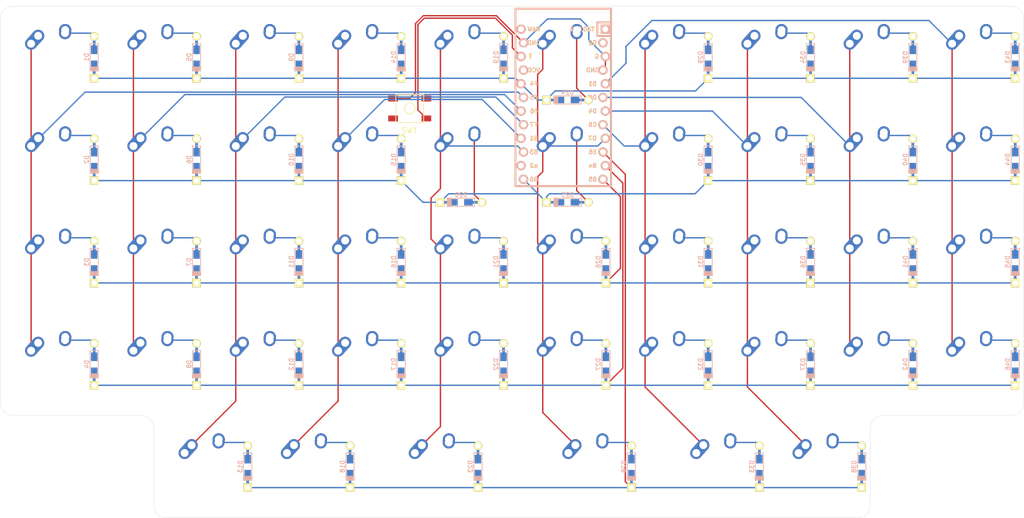
<source format=kicad_pcb>
(kicad_pcb (version 20171130) (host pcbnew "(5.1.12)-1")
  (layers (0 F.Cu signal) (31 B.Cu signal) (34 B.Paste user) (35 F.Paste user) (36 B.SilkS user) (37 F.SilkS user) (38 B.Mask user) (39 F.Mask user) (44 Edge.Cuts user))
  (net 0 "")
  (net 1 "Net-(D1-Pad2)")
  (net 2 ROW0)
  (net 3 "Net-(D2-Pad2)")
  (net 4 ROW1)
  (net 5 "Net-(D3-Pad2)")
  (net 6 ROW2)
  (net 7 "Net-(D4-Pad2)")
  (net 8 ROW3)
  (net 9 "Net-(D5-Pad2)")
  (net 10 "Net-(D6-Pad2)")
  (net 11 "Net-(D7-Pad2)")
  (net 12 "Net-(D8-Pad2)")
  (net 13 "Net-(D9-Pad2)")
  (net 14 "Net-(D10-Pad2)")
  (net 15 "Net-(D11-Pad2)")
  (net 16 "Net-(D12-Pad2)")
  (net 17 "Net-(D13-Pad2)")
  (net 18 ROW4)
  (net 19 "Net-(D14-Pad2)")
  (net 20 "Net-(D15-Pad2)")
  (net 21 "Net-(D16-Pad2)")
  (net 22 "Net-(D17-Pad2)")
  (net 23 "Net-(D18-Pad2)")
  (net 24 "Net-(D19-Pad2)")
  (net 25 "Net-(D20-Pad2)")
  (net 26 "Net-(D21-Pad2)")
  (net 27 "Net-(D22-Pad2)")
  (net 28 "Net-(D23-Pad2)")
  (net 29 "Net-(D24-Pad2)")
  (net 30 "Net-(D25-Pad2)")
  (net 31 "Net-(D26-Pad2)")
  (net 32 "Net-(D27-Pad2)")
  (net 33 "Net-(D28-Pad2)")
  (net 34 "Net-(D29-Pad2)")
  (net 35 "Net-(D30-Pad2)")
  (net 36 "Net-(D31-Pad2)")
  (net 37 "Net-(D32-Pad2)")
  (net 38 "Net-(D33-Pad2)")
  (net 39 "Net-(D34-Pad2)")
  (net 40 "Net-(D35-Pad2)")
  (net 41 "Net-(D36-Pad2)")
  (net 42 "Net-(D37-Pad2)")
  (net 43 "Net-(D38-Pad2)")
  (net 44 "Net-(D39-Pad2)")
  (net 45 "Net-(D40-Pad2)")
  (net 46 "Net-(D41-Pad2)")
  (net 47 "Net-(D42-Pad2)")
  (net 48 "Net-(D43-Pad2)")
  (net 49 "Net-(D44-Pad2)")
  (net 50 "Net-(D45-Pad2)")
  (net 51 "Net-(D46-Pad2)")
  (net 52 COL0)
  (net 53 COL1)
  (net 54 COL2)
  (net 55 COL3)
  (net 56 COL4)
  (net 57 COL5)
  (net 58 COL6)
  (net 59 COL7)
  (net 60 COL8)
  (net 61 COL9)
  (net 62 GND)
  (net 63 "Net-(SW1-Pad1)")
  (net 64 "Net-(U1-Pad24)")
  (net 65 VCC)
  (net 66 "Net-(U1-Pad14)")
  (net 67 "Net-(U1-Pad2)")
  (net 68 "Net-(U1-Pad1)")
  (module Keebio-Parts:Diode-Hybrid-Back (layer F.Cu) (at 201.6125 79.375 270)
    (fp_text reference D46 (at -0.0254 1.4 90) (layer B.SilkS) (effects (font (size 0.8 0.8)) (justify mirror)))
    (fp_text value SOD-123 hide)
    (pad 1 thru_hole rect (at 3.9 0 270) (size 1.6 1.6) (drill 1) (layers *.Cu *.Mask F.SilkS) (net 8 ROW3))
    (pad 2 thru_hole circle (at -3.9 0 270) (size 1.6 1.6) (drill 1) (layers *.Cu *.Mask F.SilkS) (net 51 "Net-(D46-Pad2)"))
    (pad 1 smd rect (at 2.5 0 270) (size 2.9 0.5) (layers B.Cu) (net 8 ROW3))
    (pad 1 smd rect (at 1.4 0 270) (size 1.6 1.2) (layers B.Cu B.Paste B.Mask) (net 8 ROW3))
    (pad 2 smd rect (at -1.4 0 270) (size 1.6 1.2) (layers B.Cu B.Paste B.Mask) (net 51 "Net-(D46-Pad2)"))
    (pad 2 smd rect (at -2.5 0 270) (size 2.9 0.5) (layers B.Cu) (net 51 "Net-(D46-Pad2)"))
  )
  (module MX_Alps_Hybrid:MX-1U-NoLED (layer F.Cu) (at 117.475 41.275)
    (fp_text reference MX25)
    (fp_text value MX-NoLED)
    (pad 2 thru_hole oval (at 2.5 -4.5 86.0548) (size 2.831378 2.25) (drill 1.47 (offset 0.290689 0)) (layers *.Cu B.Mask) (net 30 "Net-(D25-Pad2)"))
    (pad 2 thru_hole circle (at 2.54 -5.08) (size 2.25 2.25) (drill 1.47) (layers *.Cu B.Mask) (net 30 "Net-(D25-Pad2)"))
    (pad 1 thru_hole oval (at -3.81 -2.54 48.0996) (size 4.211556 2.25) (drill 1.47 (offset 0.980778 0)) (layers *.Cu B.Mask) (net 57 COL5))
    (pad "" np_thru_hole circle (at 0 0) (size 3.9878 3.9878) (drill 3.9878) (layers *.Cu *.Mask))
    (pad 1 thru_hole circle (at -2.5 -4) (size 2.25 2.25) (drill 1.47) (layers *.Cu B.Mask) (net 57 COL5))
    (pad "" np_thru_hole circle (at -5.08 0 48.0996) (size 1.75 1.75) (drill 1.75) (layers *.Cu *.Mask))
    (pad "" np_thru_hole circle (at 5.08 0 48.0996) (size 1.75 1.75) (drill 1.75) (layers *.Cu *.Mask))
  )
  (module MX_Alps_Hybrid:MX-1.5U-NoLED (layer F.Cu) (at 122.2375 98.425)
    (fp_text reference MX28)
    (fp_text value MX-NoLED)
    (pad 2 thru_hole oval (at 2.5 -4.5 86.0548) (size 2.831378 2.25) (drill 1.47 (offset 0.290689 0)) (layers *.Cu B.Mask) (net 33 "Net-(D28-Pad2)"))
    (pad 2 thru_hole circle (at 2.54 -5.08) (size 2.25 2.25) (drill 1.47) (layers *.Cu B.Mask) (net 33 "Net-(D28-Pad2)"))
    (pad 1 thru_hole oval (at -3.81 -2.54 48.0996) (size 4.211556 2.25) (drill 1.47 (offset 0.980778 0)) (layers *.Cu B.Mask) (net 57 COL5))
    (pad "" np_thru_hole circle (at 0 0) (size 3.9878 3.9878) (drill 3.9878) (layers *.Cu *.Mask))
    (pad 1 thru_hole circle (at -2.5 -4) (size 2.25 2.25) (drill 1.47) (layers *.Cu B.Mask) (net 57 COL5))
    (pad "" np_thru_hole circle (at -5.08 0 48.0996) (size 1.75 1.75) (drill 1.75) (layers *.Cu *.Mask))
    (pad "" np_thru_hole circle (at 5.08 0 48.0996) (size 1.75 1.75) (drill 1.75) (layers *.Cu *.Mask))
  )
  (module Keebio-Parts:ArduinoProMicro-ZigZag (layer B.Cu) (at 117.475 30.95625 270)
    (fp_text reference U1 hide)
    (fp_text value ProMicro hide)
    (fp_text user D2 (at -11.43 -5.461) (layer F.SilkS) (effects (font (size 0.8 0.8))))
    (fp_text user D0 (at -1.27 -5.461) (layer F.SilkS) (effects (font (size 0.8 0.8))))
    (fp_text user D1 (at -3.81 -5.461) (layer F.SilkS) (effects (font (size 0.8 0.8))))
    (fp_text user GND (at -6.35 -5.461) (layer F.SilkS) (effects (font (size 0.8 0.8))))
    (fp_text user GND (at -8.89 -5.461) (layer F.SilkS) (effects (font (size 0.8 0.8))))
    (fp_text user D4 (at 1.27 -5.461) (layer F.SilkS) (effects (font (size 0.8 0.8))))
    (fp_text user C6 (at 3.81 -5.461) (layer F.SilkS) (effects (font (size 0.8 0.8))))
    (fp_text user D7 (at 6.35 -5.461) (layer F.SilkS) (effects (font (size 0.8 0.8))))
    (fp_text user E6 (at 8.89 -5.461) (layer F.SilkS) (effects (font (size 0.8 0.8))))
    (fp_text user B4 (at 11.43 -5.461) (layer F.SilkS) (effects (font (size 0.8 0.8))))
    (fp_text user B5 (at 13.97 -5.461) (layer F.SilkS) (effects (font (size 0.8 0.8))))
    (fp_text user B6 (at 13.97 5.461) (layer F.SilkS) (effects (font (size 0.8 0.8))))
    (fp_text user B2 (at 11.43 5.461) (layer B.SilkS) (effects (font (size 0.8 0.8)) (justify mirror)))
    (fp_text user B3 (at 8.89 5.461) (layer F.SilkS) (effects (font (size 0.8 0.8))))
    (fp_text user B1 (at 6.35 5.461) (layer F.SilkS) (effects (font (size 0.8 0.8))))
    (fp_text user F7 (at 3.81 5.461) (layer B.SilkS) (effects (font (size 0.8 0.8)) (justify mirror)))
    (fp_text user F6 (at 1.27 5.461) (layer B.SilkS) (effects (font (size 0.8 0.8)) (justify mirror)))
    (fp_text user F5 (at -1.27 5.461) (layer B.SilkS) (effects (font (size 0.8 0.8)) (justify mirror)))
    (fp_text user F4 (at -3.81 5.461) (layer F.SilkS) (effects (font (size 0.8 0.8))))
    (fp_text user VCC (at -6.35 5.461) (layer F.SilkS) (effects (font (size 0.8 0.8))))
    (fp_text user GND (at -11.43 5.461) (layer F.SilkS) (effects (font (size 0.8 0.8))))
    (fp_text user RAW (at -13.97 5.461) (layer F.SilkS) (effects (font (size 0.8 0.8))))
    (fp_text user RAW (at -13.97 5.461) (layer B.SilkS) (effects (font (size 0.8 0.8)) (justify mirror)))
    (fp_text user GND (at -11.43 5.461) (layer B.SilkS) (effects (font (size 0.8 0.8)) (justify mirror)))
    (fp_text user ST (at -8.92 5.73312) (layer B.SilkS) (effects (font (size 0.8 0.8)) (justify mirror)))
    (fp_text user VCC (at -6.35 5.461) (layer B.SilkS) (effects (font (size 0.8 0.8)) (justify mirror)))
    (fp_text user F4 (at -3.81 5.461) (layer B.SilkS) (effects (font (size 0.8 0.8)) (justify mirror)))
    (fp_text user F5 (at -1.27 5.461) (layer F.SilkS) (effects (font (size 0.8 0.8))))
    (fp_text user F6 (at 1.27 5.461) (layer F.SilkS) (effects (font (size 0.8 0.8))))
    (fp_text user F7 (at 3.81 5.461) (layer F.SilkS) (effects (font (size 0.8 0.8))))
    (fp_text user B1 (at 6.35 5.461) (layer B.SilkS) (effects (font (size 0.8 0.8)) (justify mirror)))
    (fp_text user B3 (at 8.89 5.461) (layer B.SilkS) (effects (font (size 0.8 0.8)) (justify mirror)))
    (fp_text user B2 (at 11.43 5.461) (layer F.SilkS) (effects (font (size 0.8 0.8))))
    (fp_text user B6 (at 13.97 5.461) (layer B.SilkS) (effects (font (size 0.8 0.8)) (justify mirror)))
    (fp_text user B5 (at 13.97 -5.461) (layer B.SilkS) (effects (font (size 0.8 0.8)) (justify mirror)))
    (fp_text user B4 (at 11.43 -5.461) (layer B.SilkS) (effects (font (size 0.8 0.8)) (justify mirror)))
    (fp_text user E6 (at 8.89 -5.461) (layer B.SilkS) (effects (font (size 0.8 0.8)) (justify mirror)))
    (fp_text user D7 (at 6.35 -5.461) (layer B.SilkS) (effects (font (size 0.8 0.8)) (justify mirror)))
    (fp_text user C6 (at 3.81 -5.461) (layer B.SilkS) (effects (font (size 0.8 0.8)) (justify mirror)))
    (fp_text user D4 (at 1.27 -5.461) (layer B.SilkS) (effects (font (size 0.8 0.8)) (justify mirror)))
    (fp_text user GND (at -8.89 -5.461) (layer B.SilkS) (effects (font (size 0.8 0.8)) (justify mirror)))
    (fp_text user GND (at -6.35 -5.461) (layer B.SilkS) (effects (font (size 0.8 0.8)) (justify mirror)))
    (fp_text user D1 (at -3.81 -5.461) (layer B.SilkS) (effects (font (size 0.8 0.8)) (justify mirror)))
    (fp_text user D0 (at -1.27 -5.461) (layer B.SilkS) (effects (font (size 0.8 0.8)) (justify mirror)))
    (fp_text user D2 (at -11.43 -5.461) (layer B.SilkS) (effects (font (size 0.8 0.8)) (justify mirror)))
    (fp_text user TX0/D3 (at -13.97 -3.571872) (layer F.SilkS) (effects (font (size 0.8 0.8))))
    (fp_text user TX0/D3 (at -13.97 -3.571872) (layer B.SilkS) (effects (font (size 0.8 0.8)) (justify mirror)))
    (fp_text user ST (at -8.91 5.04) (layer F.SilkS) (effects (font (size 0.8 0.8))))
    (pad 1 thru_hole rect (at -13.97 -7.8486 270) (size 1.7526 1.7526) (drill 1.0922) (layers *.Cu *.SilkS *.Mask) (net 68 "Net-(U1-Pad1)"))
    (pad 2 thru_hole circle (at -11.43 -7.3914 270) (size 1.7526 1.7526) (drill 1.0922) (layers *.Cu *.SilkS *.Mask) (net 67 "Net-(U1-Pad2)"))
    (pad 3 thru_hole circle (at -8.89 -7.8486 270) (size 1.7526 1.7526) (drill 1.0922) (layers *.Cu *.SilkS *.Mask) (net 62 GND))
    (pad 4 thru_hole circle (at -6.35 -7.3914 270) (size 1.7526 1.7526) (drill 1.0922) (layers *.Cu *.SilkS *.Mask) (net 62 GND))
    (pad 5 thru_hole circle (at -3.81 -7.8486 270) (size 1.7526 1.7526) (drill 1.0922) (layers *.Cu *.SilkS *.Mask) (net 61 COL9))
    (pad 6 thru_hole circle (at -1.27 -7.3914 270) (size 1.7526 1.7526) (drill 1.0922) (layers *.Cu *.SilkS *.Mask) (net 60 COL8))
    (pad 7 thru_hole circle (at 1.27 -7.8486 270) (size 1.7526 1.7526) (drill 1.0922) (layers *.Cu *.SilkS *.Mask) (net 59 COL7))
    (pad 8 thru_hole circle (at 3.81 -7.3914 270) (size 1.7526 1.7526) (drill 1.0922) (layers *.Cu *.SilkS *.Mask) (net 58 COL6))
    (pad 9 thru_hole circle (at 6.35 -7.8486 270) (size 1.7526 1.7526) (drill 1.0922) (layers *.Cu *.SilkS *.Mask) (net 57 COL5))
    (pad 10 thru_hole circle (at 8.89 -7.3914 270) (size 1.7526 1.7526) (drill 1.0922) (layers *.Cu *.SilkS *.Mask) (net 18 ROW4))
    (pad 11 thru_hole circle (at 11.43 -7.8486 270) (size 1.7526 1.7526) (drill 1.0922) (layers *.Cu *.SilkS *.Mask) (net 8 ROW3))
    (pad 13 thru_hole circle (at 13.97 7.3914 270) (size 1.7526 1.7526) (drill 1.0922) (layers *.Cu *.SilkS *.Mask) (net 4 ROW1))
    (pad 14 thru_hole circle (at 11.43 7.8486 270) (size 1.7526 1.7526) (drill 1.0922) (layers *.Cu *.SilkS *.Mask) (net 66 "Net-(U1-Pad14)"))
    (pad 15 thru_hole circle (at 8.89 7.3914 270) (size 1.7526 1.7526) (drill 1.0922) (layers *.Cu *.SilkS *.Mask) (net 56 COL4))
    (pad 16 thru_hole circle (at 6.35 7.8486 270) (size 1.7526 1.7526) (drill 1.0922) (layers *.Cu *.SilkS *.Mask) (net 55 COL3))
    (pad 17 thru_hole circle (at 3.81 7.3914 270) (size 1.7526 1.7526) (drill 1.0922) (layers *.Cu *.SilkS *.Mask) (net 54 COL2))
    (pad 18 thru_hole circle (at 1.27 7.8486 270) (size 1.7526 1.7526) (drill 1.0922) (layers *.Cu *.SilkS *.Mask) (net 53 COL1))
    (pad 19 thru_hole circle (at -1.27 7.3914 270) (size 1.7526 1.7526) (drill 1.0922) (layers *.Cu *.SilkS *.Mask) (net 52 COL0))
    (pad 20 thru_hole circle (at -3.81 7.8486 270) (size 1.7526 1.7526) (drill 1.0922) (layers *.Cu *.SilkS *.Mask) (net 2 ROW0))
    (pad 21 thru_hole circle (at -6.35 7.3914 270) (size 1.7526 1.7526) (drill 1.0922) (layers *.Cu *.SilkS *.Mask) (net 65 VCC))
    (pad 22 thru_hole circle (at -8.89 7.8486 270) (size 1.7526 1.7526) (drill 1.0922) (layers *.Cu *.SilkS *.Mask) (net 63 "Net-(SW1-Pad1)"))
    (pad 23 thru_hole circle (at -11.43 7.3914 270) (size 1.7526 1.7526) (drill 1.0922) (layers *.Cu *.SilkS *.Mask) (net 62 GND))
    (pad 12 thru_hole circle (at 13.97 -7.3914 270) (size 1.7526 1.7526) (drill 1.0922) (layers *.Cu *.SilkS *.Mask) (net 6 ROW2))
    (pad 24 thru_hole circle (at -13.97 7.8486 270) (size 1.7526 1.7526) (drill 1.0922) (layers *.Cu *.SilkS *.Mask) (net 64 "Net-(U1-Pad24)"))
  )
  (module random-keyboard-parts:SKQG-1155865 (layer F.Cu) (at 88.9 31.75)
    (fp_text reference SW1 (at 0 4.064) (layer F.SilkS))
    (fp_text value SW_Push)
    (pad 1 smd rect (at 3.1 1.85) (size 1.8 1.1) (layers F.Cu F.Paste F.Mask) (net 63 "Net-(SW1-Pad1)"))
    (pad 2 smd rect (at -3.1 -1.85) (size 1.8 1.1) (layers F.Cu F.Paste F.Mask) (net 62 GND))
    (pad 3 smd rect (at 3.1 -1.85) (size 1.8 1.1) (layers F.Cu F.Paste F.Mask))
    (pad 4 smd rect (at -3.1 1.85) (size 1.8 1.1) (layers F.Cu F.Paste F.Mask))
  )
  (module MX_Alps_Hybrid:MX-1U-NoLED (layer F.Cu) (at 193.675 79.375)
    (fp_text reference MX46)
    (fp_text value MX-NoLED)
    (pad 2 thru_hole oval (at 2.5 -4.5 86.0548) (size 2.831378 2.25) (drill 1.47 (offset 0.290689 0)) (layers *.Cu B.Mask) (net 51 "Net-(D46-Pad2)"))
    (pad 2 thru_hole circle (at 2.54 -5.08) (size 2.25 2.25) (drill 1.47) (layers *.Cu B.Mask) (net 51 "Net-(D46-Pad2)"))
    (pad 1 thru_hole oval (at -3.81 -2.54 48.0996) (size 4.211556 2.25) (drill 1.47 (offset 0.980778 0)) (layers *.Cu B.Mask) (net 61 COL9))
    (pad "" np_thru_hole circle (at 0 0) (size 3.9878 3.9878) (drill 3.9878) (layers *.Cu *.Mask))
    (pad 1 thru_hole circle (at -2.5 -4) (size 2.25 2.25) (drill 1.47) (layers *.Cu B.Mask) (net 61 COL9))
    (pad "" np_thru_hole circle (at -5.08 0 48.0996) (size 1.75 1.75) (drill 1.75) (layers *.Cu *.Mask))
    (pad "" np_thru_hole circle (at 5.08 0 48.0996) (size 1.75 1.75) (drill 1.75) (layers *.Cu *.Mask))
  )
  (module MX_Alps_Hybrid:MX-1U-NoLED (layer F.Cu) (at 193.675 60.325)
    (fp_text reference MX45)
    (fp_text value MX-NoLED)
    (pad 2 thru_hole oval (at 2.5 -4.5 86.0548) (size 2.831378 2.25) (drill 1.47 (offset 0.290689 0)) (layers *.Cu B.Mask) (net 50 "Net-(D45-Pad2)"))
    (pad 2 thru_hole circle (at 2.54 -5.08) (size 2.25 2.25) (drill 1.47) (layers *.Cu B.Mask) (net 50 "Net-(D45-Pad2)"))
    (pad 1 thru_hole oval (at -3.81 -2.54 48.0996) (size 4.211556 2.25) (drill 1.47 (offset 0.980778 0)) (layers *.Cu B.Mask) (net 61 COL9))
    (pad "" np_thru_hole circle (at 0 0) (size 3.9878 3.9878) (drill 3.9878) (layers *.Cu *.Mask))
    (pad 1 thru_hole circle (at -2.5 -4) (size 2.25 2.25) (drill 1.47) (layers *.Cu B.Mask) (net 61 COL9))
    (pad "" np_thru_hole circle (at -5.08 0 48.0996) (size 1.75 1.75) (drill 1.75) (layers *.Cu *.Mask))
    (pad "" np_thru_hole circle (at 5.08 0 48.0996) (size 1.75 1.75) (drill 1.75) (layers *.Cu *.Mask))
  )
  (module MX_Alps_Hybrid:MX-1U-NoLED (layer F.Cu) (at 193.675 41.275)
    (fp_text reference MX44)
    (fp_text value MX-NoLED)
    (pad 2 thru_hole oval (at 2.5 -4.5 86.0548) (size 2.831378 2.25) (drill 1.47 (offset 0.290689 0)) (layers *.Cu B.Mask) (net 49 "Net-(D44-Pad2)"))
    (pad 2 thru_hole circle (at 2.54 -5.08) (size 2.25 2.25) (drill 1.47) (layers *.Cu B.Mask) (net 49 "Net-(D44-Pad2)"))
    (pad 1 thru_hole oval (at -3.81 -2.54 48.0996) (size 4.211556 2.25) (drill 1.47 (offset 0.980778 0)) (layers *.Cu B.Mask) (net 61 COL9))
    (pad "" np_thru_hole circle (at 0 0) (size 3.9878 3.9878) (drill 3.9878) (layers *.Cu *.Mask))
    (pad 1 thru_hole circle (at -2.5 -4) (size 2.25 2.25) (drill 1.47) (layers *.Cu B.Mask) (net 61 COL9))
    (pad "" np_thru_hole circle (at -5.08 0 48.0996) (size 1.75 1.75) (drill 1.75) (layers *.Cu *.Mask))
    (pad "" np_thru_hole circle (at 5.08 0 48.0996) (size 1.75 1.75) (drill 1.75) (layers *.Cu *.Mask))
  )
  (module MX_Alps_Hybrid:MX-1U-NoLED (layer F.Cu) (at 193.675 22.225)
    (fp_text reference MX43)
    (fp_text value MX-NoLED)
    (pad 2 thru_hole oval (at 2.5 -4.5 86.0548) (size 2.831378 2.25) (drill 1.47 (offset 0.290689 0)) (layers *.Cu B.Mask) (net 48 "Net-(D43-Pad2)"))
    (pad 2 thru_hole circle (at 2.54 -5.08) (size 2.25 2.25) (drill 1.47) (layers *.Cu B.Mask) (net 48 "Net-(D43-Pad2)"))
    (pad 1 thru_hole oval (at -3.81 -2.54 48.0996) (size 4.211556 2.25) (drill 1.47 (offset 0.980778 0)) (layers *.Cu B.Mask) (net 61 COL9))
    (pad "" np_thru_hole circle (at 0 0) (size 3.9878 3.9878) (drill 3.9878) (layers *.Cu *.Mask))
    (pad 1 thru_hole circle (at -2.5 -4) (size 2.25 2.25) (drill 1.47) (layers *.Cu B.Mask) (net 61 COL9))
    (pad "" np_thru_hole circle (at -5.08 0 48.0996) (size 1.75 1.75) (drill 1.75) (layers *.Cu *.Mask))
    (pad "" np_thru_hole circle (at 5.08 0 48.0996) (size 1.75 1.75) (drill 1.75) (layers *.Cu *.Mask))
  )
  (module MX_Alps_Hybrid:MX-1U-NoLED (layer F.Cu) (at 174.625 79.375)
    (fp_text reference MX42)
    (fp_text value MX-NoLED)
    (pad 2 thru_hole oval (at 2.5 -4.5 86.0548) (size 2.831378 2.25) (drill 1.47 (offset 0.290689 0)) (layers *.Cu B.Mask) (net 47 "Net-(D42-Pad2)"))
    (pad 2 thru_hole circle (at 2.54 -5.08) (size 2.25 2.25) (drill 1.47) (layers *.Cu B.Mask) (net 47 "Net-(D42-Pad2)"))
    (pad 1 thru_hole oval (at -3.81 -2.54 48.0996) (size 4.211556 2.25) (drill 1.47 (offset 0.980778 0)) (layers *.Cu B.Mask) (net 60 COL8))
    (pad "" np_thru_hole circle (at 0 0) (size 3.9878 3.9878) (drill 3.9878) (layers *.Cu *.Mask))
    (pad 1 thru_hole circle (at -2.5 -4) (size 2.25 2.25) (drill 1.47) (layers *.Cu B.Mask) (net 60 COL8))
    (pad "" np_thru_hole circle (at -5.08 0 48.0996) (size 1.75 1.75) (drill 1.75) (layers *.Cu *.Mask))
    (pad "" np_thru_hole circle (at 5.08 0 48.0996) (size 1.75 1.75) (drill 1.75) (layers *.Cu *.Mask))
  )
  (module MX_Alps_Hybrid:MX-1U-NoLED (layer F.Cu) (at 174.625 60.325)
    (fp_text reference MX41)
    (fp_text value MX-NoLED)
    (pad 2 thru_hole oval (at 2.5 -4.5 86.0548) (size 2.831378 2.25) (drill 1.47 (offset 0.290689 0)) (layers *.Cu B.Mask) (net 46 "Net-(D41-Pad2)"))
    (pad 2 thru_hole circle (at 2.54 -5.08) (size 2.25 2.25) (drill 1.47) (layers *.Cu B.Mask) (net 46 "Net-(D41-Pad2)"))
    (pad 1 thru_hole oval (at -3.81 -2.54 48.0996) (size 4.211556 2.25) (drill 1.47 (offset 0.980778 0)) (layers *.Cu B.Mask) (net 60 COL8))
    (pad "" np_thru_hole circle (at 0 0) (size 3.9878 3.9878) (drill 3.9878) (layers *.Cu *.Mask))
    (pad 1 thru_hole circle (at -2.5 -4) (size 2.25 2.25) (drill 1.47) (layers *.Cu B.Mask) (net 60 COL8))
    (pad "" np_thru_hole circle (at -5.08 0 48.0996) (size 1.75 1.75) (drill 1.75) (layers *.Cu *.Mask))
    (pad "" np_thru_hole circle (at 5.08 0 48.0996) (size 1.75 1.75) (drill 1.75) (layers *.Cu *.Mask))
  )
  (module MX_Alps_Hybrid:MX-1U-NoLED (layer F.Cu) (at 174.625 41.275)
    (fp_text reference MX40)
    (fp_text value MX-NoLED)
    (pad 2 thru_hole oval (at 2.5 -4.5 86.0548) (size 2.831378 2.25) (drill 1.47 (offset 0.290689 0)) (layers *.Cu B.Mask) (net 45 "Net-(D40-Pad2)"))
    (pad 2 thru_hole circle (at 2.54 -5.08) (size 2.25 2.25) (drill 1.47) (layers *.Cu B.Mask) (net 45 "Net-(D40-Pad2)"))
    (pad 1 thru_hole oval (at -3.81 -2.54 48.0996) (size 4.211556 2.25) (drill 1.47 (offset 0.980778 0)) (layers *.Cu B.Mask) (net 60 COL8))
    (pad "" np_thru_hole circle (at 0 0) (size 3.9878 3.9878) (drill 3.9878) (layers *.Cu *.Mask))
    (pad 1 thru_hole circle (at -2.5 -4) (size 2.25 2.25) (drill 1.47) (layers *.Cu B.Mask) (net 60 COL8))
    (pad "" np_thru_hole circle (at -5.08 0 48.0996) (size 1.75 1.75) (drill 1.75) (layers *.Cu *.Mask))
    (pad "" np_thru_hole circle (at 5.08 0 48.0996) (size 1.75 1.75) (drill 1.75) (layers *.Cu *.Mask))
  )
  (module MX_Alps_Hybrid:MX-1U-NoLED (layer F.Cu) (at 174.625 22.225)
    (fp_text reference MX39)
    (fp_text value MX-NoLED)
    (pad 2 thru_hole oval (at 2.5 -4.5 86.0548) (size 2.831378 2.25) (drill 1.47 (offset 0.290689 0)) (layers *.Cu B.Mask) (net 44 "Net-(D39-Pad2)"))
    (pad 2 thru_hole circle (at 2.54 -5.08) (size 2.25 2.25) (drill 1.47) (layers *.Cu B.Mask) (net 44 "Net-(D39-Pad2)"))
    (pad 1 thru_hole oval (at -3.81 -2.54 48.0996) (size 4.211556 2.25) (drill 1.47 (offset 0.980778 0)) (layers *.Cu B.Mask) (net 60 COL8))
    (pad "" np_thru_hole circle (at 0 0) (size 3.9878 3.9878) (drill 3.9878) (layers *.Cu *.Mask))
    (pad 1 thru_hole circle (at -2.5 -4) (size 2.25 2.25) (drill 1.47) (layers *.Cu B.Mask) (net 60 COL8))
    (pad "" np_thru_hole circle (at -5.08 0 48.0996) (size 1.75 1.75) (drill 1.75) (layers *.Cu *.Mask))
    (pad "" np_thru_hole circle (at 5.08 0 48.0996) (size 1.75 1.75) (drill 1.75) (layers *.Cu *.Mask))
  )
  (module MX_Alps_Hybrid:MX-1U-NoLED (layer F.Cu) (at 165.1 98.425)
    (fp_text reference MX38)
    (fp_text value MX-NoLED)
    (pad 2 thru_hole oval (at 2.5 -4.5 86.0548) (size 2.831378 2.25) (drill 1.47 (offset 0.290689 0)) (layers *.Cu B.Mask) (net 43 "Net-(D38-Pad2)"))
    (pad 2 thru_hole circle (at 2.54 -5.08) (size 2.25 2.25) (drill 1.47) (layers *.Cu B.Mask) (net 43 "Net-(D38-Pad2)"))
    (pad 1 thru_hole oval (at -3.81 -2.54 48.0996) (size 4.211556 2.25) (drill 1.47 (offset 0.980778 0)) (layers *.Cu B.Mask) (net 59 COL7))
    (pad "" np_thru_hole circle (at 0 0) (size 3.9878 3.9878) (drill 3.9878) (layers *.Cu *.Mask))
    (pad 1 thru_hole circle (at -2.5 -4) (size 2.25 2.25) (drill 1.47) (layers *.Cu B.Mask) (net 59 COL7))
    (pad "" np_thru_hole circle (at -5.08 0 48.0996) (size 1.75 1.75) (drill 1.75) (layers *.Cu *.Mask))
    (pad "" np_thru_hole circle (at 5.08 0 48.0996) (size 1.75 1.75) (drill 1.75) (layers *.Cu *.Mask))
  )
  (module MX_Alps_Hybrid:MX-1U-NoLED (layer F.Cu) (at 155.575 79.375)
    (fp_text reference MX37)
    (fp_text value MX-NoLED)
    (pad 2 thru_hole oval (at 2.5 -4.5 86.0548) (size 2.831378 2.25) (drill 1.47 (offset 0.290689 0)) (layers *.Cu B.Mask) (net 42 "Net-(D37-Pad2)"))
    (pad 2 thru_hole circle (at 2.54 -5.08) (size 2.25 2.25) (drill 1.47) (layers *.Cu B.Mask) (net 42 "Net-(D37-Pad2)"))
    (pad 1 thru_hole oval (at -3.81 -2.54 48.0996) (size 4.211556 2.25) (drill 1.47 (offset 0.980778 0)) (layers *.Cu B.Mask) (net 59 COL7))
    (pad "" np_thru_hole circle (at 0 0) (size 3.9878 3.9878) (drill 3.9878) (layers *.Cu *.Mask))
    (pad 1 thru_hole circle (at -2.5 -4) (size 2.25 2.25) (drill 1.47) (layers *.Cu B.Mask) (net 59 COL7))
    (pad "" np_thru_hole circle (at -5.08 0 48.0996) (size 1.75 1.75) (drill 1.75) (layers *.Cu *.Mask))
    (pad "" np_thru_hole circle (at 5.08 0 48.0996) (size 1.75 1.75) (drill 1.75) (layers *.Cu *.Mask))
  )
  (module MX_Alps_Hybrid:MX-1U-NoLED (layer F.Cu) (at 155.575 60.325)
    (fp_text reference MX36)
    (fp_text value MX-NoLED)
    (pad 2 thru_hole oval (at 2.5 -4.5 86.0548) (size 2.831378 2.25) (drill 1.47 (offset 0.290689 0)) (layers *.Cu B.Mask) (net 41 "Net-(D36-Pad2)"))
    (pad 2 thru_hole circle (at 2.54 -5.08) (size 2.25 2.25) (drill 1.47) (layers *.Cu B.Mask) (net 41 "Net-(D36-Pad2)"))
    (pad 1 thru_hole oval (at -3.81 -2.54 48.0996) (size 4.211556 2.25) (drill 1.47 (offset 0.980778 0)) (layers *.Cu B.Mask) (net 59 COL7))
    (pad "" np_thru_hole circle (at 0 0) (size 3.9878 3.9878) (drill 3.9878) (layers *.Cu *.Mask))
    (pad 1 thru_hole circle (at -2.5 -4) (size 2.25 2.25) (drill 1.47) (layers *.Cu B.Mask) (net 59 COL7))
    (pad "" np_thru_hole circle (at -5.08 0 48.0996) (size 1.75 1.75) (drill 1.75) (layers *.Cu *.Mask))
    (pad "" np_thru_hole circle (at 5.08 0 48.0996) (size 1.75 1.75) (drill 1.75) (layers *.Cu *.Mask))
  )
  (module MX_Alps_Hybrid:MX-1U-NoLED (layer F.Cu) (at 155.575 41.275)
    (fp_text reference MX35)
    (fp_text value MX-NoLED)
    (pad 2 thru_hole oval (at 2.5 -4.5 86.0548) (size 2.831378 2.25) (drill 1.47 (offset 0.290689 0)) (layers *.Cu B.Mask) (net 40 "Net-(D35-Pad2)"))
    (pad 2 thru_hole circle (at 2.54 -5.08) (size 2.25 2.25) (drill 1.47) (layers *.Cu B.Mask) (net 40 "Net-(D35-Pad2)"))
    (pad 1 thru_hole oval (at -3.81 -2.54 48.0996) (size 4.211556 2.25) (drill 1.47 (offset 0.980778 0)) (layers *.Cu B.Mask) (net 59 COL7))
    (pad "" np_thru_hole circle (at 0 0) (size 3.9878 3.9878) (drill 3.9878) (layers *.Cu *.Mask))
    (pad 1 thru_hole circle (at -2.5 -4) (size 2.25 2.25) (drill 1.47) (layers *.Cu B.Mask) (net 59 COL7))
    (pad "" np_thru_hole circle (at -5.08 0 48.0996) (size 1.75 1.75) (drill 1.75) (layers *.Cu *.Mask))
    (pad "" np_thru_hole circle (at 5.08 0 48.0996) (size 1.75 1.75) (drill 1.75) (layers *.Cu *.Mask))
  )
  (module MX_Alps_Hybrid:MX-1U-NoLED (layer F.Cu) (at 155.575 22.225)
    (fp_text reference MX34)
    (fp_text value MX-NoLED)
    (pad 2 thru_hole oval (at 2.5 -4.5 86.0548) (size 2.831378 2.25) (drill 1.47 (offset 0.290689 0)) (layers *.Cu B.Mask) (net 39 "Net-(D34-Pad2)"))
    (pad 2 thru_hole circle (at 2.54 -5.08) (size 2.25 2.25) (drill 1.47) (layers *.Cu B.Mask) (net 39 "Net-(D34-Pad2)"))
    (pad 1 thru_hole oval (at -3.81 -2.54 48.0996) (size 4.211556 2.25) (drill 1.47 (offset 0.980778 0)) (layers *.Cu B.Mask) (net 59 COL7))
    (pad "" np_thru_hole circle (at 0 0) (size 3.9878 3.9878) (drill 3.9878) (layers *.Cu *.Mask))
    (pad 1 thru_hole circle (at -2.5 -4) (size 2.25 2.25) (drill 1.47) (layers *.Cu B.Mask) (net 59 COL7))
    (pad "" np_thru_hole circle (at -5.08 0 48.0996) (size 1.75 1.75) (drill 1.75) (layers *.Cu *.Mask))
    (pad "" np_thru_hole circle (at 5.08 0 48.0996) (size 1.75 1.75) (drill 1.75) (layers *.Cu *.Mask))
  )
  (module MX_Alps_Hybrid:MX-1U-NoLED (layer F.Cu) (at 146.05 98.425)
    (fp_text reference MX33)
    (fp_text value MX-NoLED)
    (pad 2 thru_hole oval (at 2.5 -4.5 86.0548) (size 2.831378 2.25) (drill 1.47 (offset 0.290689 0)) (layers *.Cu B.Mask) (net 38 "Net-(D33-Pad2)"))
    (pad 2 thru_hole circle (at 2.54 -5.08) (size 2.25 2.25) (drill 1.47) (layers *.Cu B.Mask) (net 38 "Net-(D33-Pad2)"))
    (pad 1 thru_hole oval (at -3.81 -2.54 48.0996) (size 4.211556 2.25) (drill 1.47 (offset 0.980778 0)) (layers *.Cu B.Mask) (net 58 COL6))
    (pad "" np_thru_hole circle (at 0 0) (size 3.9878 3.9878) (drill 3.9878) (layers *.Cu *.Mask))
    (pad 1 thru_hole circle (at -2.5 -4) (size 2.25 2.25) (drill 1.47) (layers *.Cu B.Mask) (net 58 COL6))
    (pad "" np_thru_hole circle (at -5.08 0 48.0996) (size 1.75 1.75) (drill 1.75) (layers *.Cu *.Mask))
    (pad "" np_thru_hole circle (at 5.08 0 48.0996) (size 1.75 1.75) (drill 1.75) (layers *.Cu *.Mask))
  )
  (module MX_Alps_Hybrid:MX-1U-NoLED (layer F.Cu) (at 136.525 79.375)
    (fp_text reference MX32)
    (fp_text value MX-NoLED)
    (pad 2 thru_hole oval (at 2.5 -4.5 86.0548) (size 2.831378 2.25) (drill 1.47 (offset 0.290689 0)) (layers *.Cu B.Mask) (net 37 "Net-(D32-Pad2)"))
    (pad 2 thru_hole circle (at 2.54 -5.08) (size 2.25 2.25) (drill 1.47) (layers *.Cu B.Mask) (net 37 "Net-(D32-Pad2)"))
    (pad 1 thru_hole oval (at -3.81 -2.54 48.0996) (size 4.211556 2.25) (drill 1.47 (offset 0.980778 0)) (layers *.Cu B.Mask) (net 58 COL6))
    (pad "" np_thru_hole circle (at 0 0) (size 3.9878 3.9878) (drill 3.9878) (layers *.Cu *.Mask))
    (pad 1 thru_hole circle (at -2.5 -4) (size 2.25 2.25) (drill 1.47) (layers *.Cu B.Mask) (net 58 COL6))
    (pad "" np_thru_hole circle (at -5.08 0 48.0996) (size 1.75 1.75) (drill 1.75) (layers *.Cu *.Mask))
    (pad "" np_thru_hole circle (at 5.08 0 48.0996) (size 1.75 1.75) (drill 1.75) (layers *.Cu *.Mask))
  )
  (module MX_Alps_Hybrid:MX-1U-NoLED (layer F.Cu) (at 136.525 60.325)
    (fp_text reference MX31)
    (fp_text value MX-NoLED)
    (pad 2 thru_hole oval (at 2.5 -4.5 86.0548) (size 2.831378 2.25) (drill 1.47 (offset 0.290689 0)) (layers *.Cu B.Mask) (net 36 "Net-(D31-Pad2)"))
    (pad 2 thru_hole circle (at 2.54 -5.08) (size 2.25 2.25) (drill 1.47) (layers *.Cu B.Mask) (net 36 "Net-(D31-Pad2)"))
    (pad 1 thru_hole oval (at -3.81 -2.54 48.0996) (size 4.211556 2.25) (drill 1.47 (offset 0.980778 0)) (layers *.Cu B.Mask) (net 58 COL6))
    (pad "" np_thru_hole circle (at 0 0) (size 3.9878 3.9878) (drill 3.9878) (layers *.Cu *.Mask))
    (pad 1 thru_hole circle (at -2.5 -4) (size 2.25 2.25) (drill 1.47) (layers *.Cu B.Mask) (net 58 COL6))
    (pad "" np_thru_hole circle (at -5.08 0 48.0996) (size 1.75 1.75) (drill 1.75) (layers *.Cu *.Mask))
    (pad "" np_thru_hole circle (at 5.08 0 48.0996) (size 1.75 1.75) (drill 1.75) (layers *.Cu *.Mask))
  )
  (module MX_Alps_Hybrid:MX-1U-NoLED (layer F.Cu) (at 136.525 41.275)
    (fp_text reference MX30)
    (fp_text value MX-NoLED)
    (pad 2 thru_hole oval (at 2.5 -4.5 86.0548) (size 2.831378 2.25) (drill 1.47 (offset 0.290689 0)) (layers *.Cu B.Mask) (net 35 "Net-(D30-Pad2)"))
    (pad 2 thru_hole circle (at 2.54 -5.08) (size 2.25 2.25) (drill 1.47) (layers *.Cu B.Mask) (net 35 "Net-(D30-Pad2)"))
    (pad 1 thru_hole oval (at -3.81 -2.54 48.0996) (size 4.211556 2.25) (drill 1.47 (offset 0.980778 0)) (layers *.Cu B.Mask) (net 58 COL6))
    (pad "" np_thru_hole circle (at 0 0) (size 3.9878 3.9878) (drill 3.9878) (layers *.Cu *.Mask))
    (pad 1 thru_hole circle (at -2.5 -4) (size 2.25 2.25) (drill 1.47) (layers *.Cu B.Mask) (net 58 COL6))
    (pad "" np_thru_hole circle (at -5.08 0 48.0996) (size 1.75 1.75) (drill 1.75) (layers *.Cu *.Mask))
    (pad "" np_thru_hole circle (at 5.08 0 48.0996) (size 1.75 1.75) (drill 1.75) (layers *.Cu *.Mask))
  )
  (module MX_Alps_Hybrid:MX-1U-NoLED (layer F.Cu) (at 136.525 22.225)
    (fp_text reference MX29)
    (fp_text value MX-NoLED)
    (pad 2 thru_hole oval (at 2.5 -4.5 86.0548) (size 2.831378 2.25) (drill 1.47 (offset 0.290689 0)) (layers *.Cu B.Mask) (net 34 "Net-(D29-Pad2)"))
    (pad 2 thru_hole circle (at 2.54 -5.08) (size 2.25 2.25) (drill 1.47) (layers *.Cu B.Mask) (net 34 "Net-(D29-Pad2)"))
    (pad 1 thru_hole oval (at -3.81 -2.54 48.0996) (size 4.211556 2.25) (drill 1.47 (offset 0.980778 0)) (layers *.Cu B.Mask) (net 58 COL6))
    (pad "" np_thru_hole circle (at 0 0) (size 3.9878 3.9878) (drill 3.9878) (layers *.Cu *.Mask))
    (pad 1 thru_hole circle (at -2.5 -4) (size 2.25 2.25) (drill 1.47) (layers *.Cu B.Mask) (net 58 COL6))
    (pad "" np_thru_hole circle (at -5.08 0 48.0996) (size 1.75 1.75) (drill 1.75) (layers *.Cu *.Mask))
    (pad "" np_thru_hole circle (at 5.08 0 48.0996) (size 1.75 1.75) (drill 1.75) (layers *.Cu *.Mask))
  )
  (module MX_Alps_Hybrid:MX-1U-NoLED (layer F.Cu) (at 117.475 79.375)
    (fp_text reference MX27)
    (fp_text value MX-NoLED)
    (pad 2 thru_hole oval (at 2.5 -4.5 86.0548) (size 2.831378 2.25) (drill 1.47 (offset 0.290689 0)) (layers *.Cu B.Mask) (net 32 "Net-(D27-Pad2)"))
    (pad 2 thru_hole circle (at 2.54 -5.08) (size 2.25 2.25) (drill 1.47) (layers *.Cu B.Mask) (net 32 "Net-(D27-Pad2)"))
    (pad 1 thru_hole oval (at -3.81 -2.54 48.0996) (size 4.211556 2.25) (drill 1.47 (offset 0.980778 0)) (layers *.Cu B.Mask) (net 57 COL5))
    (pad "" np_thru_hole circle (at 0 0) (size 3.9878 3.9878) (drill 3.9878) (layers *.Cu *.Mask))
    (pad 1 thru_hole circle (at -2.5 -4) (size 2.25 2.25) (drill 1.47) (layers *.Cu B.Mask) (net 57 COL5))
    (pad "" np_thru_hole circle (at -5.08 0 48.0996) (size 1.75 1.75) (drill 1.75) (layers *.Cu *.Mask))
    (pad "" np_thru_hole circle (at 5.08 0 48.0996) (size 1.75 1.75) (drill 1.75) (layers *.Cu *.Mask))
  )
  (module MX_Alps_Hybrid:MX-1U-NoLED (layer F.Cu) (at 117.475 60.325)
    (fp_text reference MX26)
    (fp_text value MX-NoLED)
    (pad 2 thru_hole oval (at 2.5 -4.5 86.0548) (size 2.831378 2.25) (drill 1.47 (offset 0.290689 0)) (layers *.Cu B.Mask) (net 31 "Net-(D26-Pad2)"))
    (pad 2 thru_hole circle (at 2.54 -5.08) (size 2.25 2.25) (drill 1.47) (layers *.Cu B.Mask) (net 31 "Net-(D26-Pad2)"))
    (pad 1 thru_hole oval (at -3.81 -2.54 48.0996) (size 4.211556 2.25) (drill 1.47 (offset 0.980778 0)) (layers *.Cu B.Mask) (net 57 COL5))
    (pad "" np_thru_hole circle (at 0 0) (size 3.9878 3.9878) (drill 3.9878) (layers *.Cu *.Mask))
    (pad 1 thru_hole circle (at -2.5 -4) (size 2.25 2.25) (drill 1.47) (layers *.Cu B.Mask) (net 57 COL5))
    (pad "" np_thru_hole circle (at -5.08 0 48.0996) (size 1.75 1.75) (drill 1.75) (layers *.Cu *.Mask))
    (pad "" np_thru_hole circle (at 5.08 0 48.0996) (size 1.75 1.75) (drill 1.75) (layers *.Cu *.Mask))
  )
  (module MX_Alps_Hybrid:MX-1U-NoLED (layer F.Cu) (at 117.475 22.225)
    (fp_text reference MX24)
    (fp_text value MX-NoLED)
    (pad 2 thru_hole oval (at 2.5 -4.5 86.0548) (size 2.831378 2.25) (drill 1.47 (offset 0.290689 0)) (layers *.Cu B.Mask) (net 29 "Net-(D24-Pad2)"))
    (pad 2 thru_hole circle (at 2.54 -5.08) (size 2.25 2.25) (drill 1.47) (layers *.Cu B.Mask) (net 29 "Net-(D24-Pad2)"))
    (pad 1 thru_hole oval (at -3.81 -2.54 48.0996) (size 4.211556 2.25) (drill 1.47 (offset 0.980778 0)) (layers *.Cu B.Mask) (net 57 COL5))
    (pad "" np_thru_hole circle (at 0 0) (size 3.9878 3.9878) (drill 3.9878) (layers *.Cu *.Mask))
    (pad 1 thru_hole circle (at -2.5 -4) (size 2.25 2.25) (drill 1.47) (layers *.Cu B.Mask) (net 57 COL5))
    (pad "" np_thru_hole circle (at -5.08 0 48.0996) (size 1.75 1.75) (drill 1.75) (layers *.Cu *.Mask))
    (pad "" np_thru_hole circle (at 5.08 0 48.0996) (size 1.75 1.75) (drill 1.75) (layers *.Cu *.Mask))
  )
  (module MX_Alps_Hybrid:MX-1.5U-NoLED (layer F.Cu) (at 93.6625 98.425)
    (fp_text reference MX23)
    (fp_text value MX-NoLED)
    (pad 2 thru_hole oval (at 2.5 -4.5 86.0548) (size 2.831378 2.25) (drill 1.47 (offset 0.290689 0)) (layers *.Cu B.Mask) (net 28 "Net-(D23-Pad2)"))
    (pad 2 thru_hole circle (at 2.54 -5.08) (size 2.25 2.25) (drill 1.47) (layers *.Cu B.Mask) (net 28 "Net-(D23-Pad2)"))
    (pad 1 thru_hole oval (at -3.81 -2.54 48.0996) (size 4.211556 2.25) (drill 1.47 (offset 0.980778 0)) (layers *.Cu B.Mask) (net 56 COL4))
    (pad "" np_thru_hole circle (at 0 0) (size 3.9878 3.9878) (drill 3.9878) (layers *.Cu *.Mask))
    (pad 1 thru_hole circle (at -2.5 -4) (size 2.25 2.25) (drill 1.47) (layers *.Cu B.Mask) (net 56 COL4))
    (pad "" np_thru_hole circle (at -5.08 0 48.0996) (size 1.75 1.75) (drill 1.75) (layers *.Cu *.Mask))
    (pad "" np_thru_hole circle (at 5.08 0 48.0996) (size 1.75 1.75) (drill 1.75) (layers *.Cu *.Mask))
  )
  (module MX_Alps_Hybrid:MX-1U-NoLED (layer F.Cu) (at 98.425 79.375)
    (fp_text reference MX22)
    (fp_text value MX-NoLED)
    (pad 2 thru_hole oval (at 2.5 -4.5 86.0548) (size 2.831378 2.25) (drill 1.47 (offset 0.290689 0)) (layers *.Cu B.Mask) (net 27 "Net-(D22-Pad2)"))
    (pad 2 thru_hole circle (at 2.54 -5.08) (size 2.25 2.25) (drill 1.47) (layers *.Cu B.Mask) (net 27 "Net-(D22-Pad2)"))
    (pad 1 thru_hole oval (at -3.81 -2.54 48.0996) (size 4.211556 2.25) (drill 1.47 (offset 0.980778 0)) (layers *.Cu B.Mask) (net 56 COL4))
    (pad "" np_thru_hole circle (at 0 0) (size 3.9878 3.9878) (drill 3.9878) (layers *.Cu *.Mask))
    (pad 1 thru_hole circle (at -2.5 -4) (size 2.25 2.25) (drill 1.47) (layers *.Cu B.Mask) (net 56 COL4))
    (pad "" np_thru_hole circle (at -5.08 0 48.0996) (size 1.75 1.75) (drill 1.75) (layers *.Cu *.Mask))
    (pad "" np_thru_hole circle (at 5.08 0 48.0996) (size 1.75 1.75) (drill 1.75) (layers *.Cu *.Mask))
  )
  (module MX_Alps_Hybrid:MX-1U-NoLED (layer F.Cu) (at 98.425 60.325)
    (fp_text reference MX21)
    (fp_text value MX-NoLED)
    (pad 2 thru_hole oval (at 2.5 -4.5 86.0548) (size 2.831378 2.25) (drill 1.47 (offset 0.290689 0)) (layers *.Cu B.Mask) (net 26 "Net-(D21-Pad2)"))
    (pad 2 thru_hole circle (at 2.54 -5.08) (size 2.25 2.25) (drill 1.47) (layers *.Cu B.Mask) (net 26 "Net-(D21-Pad2)"))
    (pad 1 thru_hole oval (at -3.81 -2.54 48.0996) (size 4.211556 2.25) (drill 1.47 (offset 0.980778 0)) (layers *.Cu B.Mask) (net 56 COL4))
    (pad "" np_thru_hole circle (at 0 0) (size 3.9878 3.9878) (drill 3.9878) (layers *.Cu *.Mask))
    (pad 1 thru_hole circle (at -2.5 -4) (size 2.25 2.25) (drill 1.47) (layers *.Cu B.Mask) (net 56 COL4))
    (pad "" np_thru_hole circle (at -5.08 0 48.0996) (size 1.75 1.75) (drill 1.75) (layers *.Cu *.Mask))
    (pad "" np_thru_hole circle (at 5.08 0 48.0996) (size 1.75 1.75) (drill 1.75) (layers *.Cu *.Mask))
  )
  (module MX_Alps_Hybrid:MX-1U-NoLED (layer F.Cu) (at 98.425 41.275)
    (fp_text reference MX20)
    (fp_text value MX-NoLED)
    (pad 2 thru_hole oval (at 2.5 -4.5 86.0548) (size 2.831378 2.25) (drill 1.47 (offset 0.290689 0)) (layers *.Cu B.Mask) (net 25 "Net-(D20-Pad2)"))
    (pad 2 thru_hole circle (at 2.54 -5.08) (size 2.25 2.25) (drill 1.47) (layers *.Cu B.Mask) (net 25 "Net-(D20-Pad2)"))
    (pad 1 thru_hole oval (at -3.81 -2.54 48.0996) (size 4.211556 2.25) (drill 1.47 (offset 0.980778 0)) (layers *.Cu B.Mask) (net 56 COL4))
    (pad "" np_thru_hole circle (at 0 0) (size 3.9878 3.9878) (drill 3.9878) (layers *.Cu *.Mask))
    (pad 1 thru_hole circle (at -2.5 -4) (size 2.25 2.25) (drill 1.47) (layers *.Cu B.Mask) (net 56 COL4))
    (pad "" np_thru_hole circle (at -5.08 0 48.0996) (size 1.75 1.75) (drill 1.75) (layers *.Cu *.Mask))
    (pad "" np_thru_hole circle (at 5.08 0 48.0996) (size 1.75 1.75) (drill 1.75) (layers *.Cu *.Mask))
  )
  (module MX_Alps_Hybrid:MX-1U-NoLED (layer F.Cu) (at 98.425 22.225)
    (fp_text reference MX19)
    (fp_text value MX-NoLED)
    (pad 2 thru_hole oval (at 2.5 -4.5 86.0548) (size 2.831378 2.25) (drill 1.47 (offset 0.290689 0)) (layers *.Cu B.Mask) (net 24 "Net-(D19-Pad2)"))
    (pad 2 thru_hole circle (at 2.54 -5.08) (size 2.25 2.25) (drill 1.47) (layers *.Cu B.Mask) (net 24 "Net-(D19-Pad2)"))
    (pad 1 thru_hole oval (at -3.81 -2.54 48.0996) (size 4.211556 2.25) (drill 1.47 (offset 0.980778 0)) (layers *.Cu B.Mask) (net 56 COL4))
    (pad "" np_thru_hole circle (at 0 0) (size 3.9878 3.9878) (drill 3.9878) (layers *.Cu *.Mask))
    (pad 1 thru_hole circle (at -2.5 -4) (size 2.25 2.25) (drill 1.47) (layers *.Cu B.Mask) (net 56 COL4))
    (pad "" np_thru_hole circle (at -5.08 0 48.0996) (size 1.75 1.75) (drill 1.75) (layers *.Cu *.Mask))
    (pad "" np_thru_hole circle (at 5.08 0 48.0996) (size 1.75 1.75) (drill 1.75) (layers *.Cu *.Mask))
  )
  (module MX_Alps_Hybrid:MX-1U-NoLED (layer F.Cu) (at 69.85 98.425)
    (fp_text reference MX18)
    (fp_text value MX-NoLED)
    (pad 2 thru_hole oval (at 2.5 -4.5 86.0548) (size 2.831378 2.25) (drill 1.47 (offset 0.290689 0)) (layers *.Cu B.Mask) (net 23 "Net-(D18-Pad2)"))
    (pad 2 thru_hole circle (at 2.54 -5.08) (size 2.25 2.25) (drill 1.47) (layers *.Cu B.Mask) (net 23 "Net-(D18-Pad2)"))
    (pad 1 thru_hole oval (at -3.81 -2.54 48.0996) (size 4.211556 2.25) (drill 1.47 (offset 0.980778 0)) (layers *.Cu B.Mask) (net 55 COL3))
    (pad "" np_thru_hole circle (at 0 0) (size 3.9878 3.9878) (drill 3.9878) (layers *.Cu *.Mask))
    (pad 1 thru_hole circle (at -2.5 -4) (size 2.25 2.25) (drill 1.47) (layers *.Cu B.Mask) (net 55 COL3))
    (pad "" np_thru_hole circle (at -5.08 0 48.0996) (size 1.75 1.75) (drill 1.75) (layers *.Cu *.Mask))
    (pad "" np_thru_hole circle (at 5.08 0 48.0996) (size 1.75 1.75) (drill 1.75) (layers *.Cu *.Mask))
  )
  (module MX_Alps_Hybrid:MX-1U-NoLED (layer F.Cu) (at 79.375 79.375)
    (fp_text reference MX17)
    (fp_text value MX-NoLED)
    (pad 2 thru_hole oval (at 2.5 -4.5 86.0548) (size 2.831378 2.25) (drill 1.47 (offset 0.290689 0)) (layers *.Cu B.Mask) (net 22 "Net-(D17-Pad2)"))
    (pad 2 thru_hole circle (at 2.54 -5.08) (size 2.25 2.25) (drill 1.47) (layers *.Cu B.Mask) (net 22 "Net-(D17-Pad2)"))
    (pad 1 thru_hole oval (at -3.81 -2.54 48.0996) (size 4.211556 2.25) (drill 1.47 (offset 0.980778 0)) (layers *.Cu B.Mask) (net 55 COL3))
    (pad "" np_thru_hole circle (at 0 0) (size 3.9878 3.9878) (drill 3.9878) (layers *.Cu *.Mask))
    (pad 1 thru_hole circle (at -2.5 -4) (size 2.25 2.25) (drill 1.47) (layers *.Cu B.Mask) (net 55 COL3))
    (pad "" np_thru_hole circle (at -5.08 0 48.0996) (size 1.75 1.75) (drill 1.75) (layers *.Cu *.Mask))
    (pad "" np_thru_hole circle (at 5.08 0 48.0996) (size 1.75 1.75) (drill 1.75) (layers *.Cu *.Mask))
  )
  (module MX_Alps_Hybrid:MX-1U-NoLED (layer F.Cu) (at 79.375 60.325)
    (fp_text reference MX16)
    (fp_text value MX-NoLED)
    (pad 2 thru_hole oval (at 2.5 -4.5 86.0548) (size 2.831378 2.25) (drill 1.47 (offset 0.290689 0)) (layers *.Cu B.Mask) (net 21 "Net-(D16-Pad2)"))
    (pad 2 thru_hole circle (at 2.54 -5.08) (size 2.25 2.25) (drill 1.47) (layers *.Cu B.Mask) (net 21 "Net-(D16-Pad2)"))
    (pad 1 thru_hole oval (at -3.81 -2.54 48.0996) (size 4.211556 2.25) (drill 1.47 (offset 0.980778 0)) (layers *.Cu B.Mask) (net 55 COL3))
    (pad "" np_thru_hole circle (at 0 0) (size 3.9878 3.9878) (drill 3.9878) (layers *.Cu *.Mask))
    (pad 1 thru_hole circle (at -2.5 -4) (size 2.25 2.25) (drill 1.47) (layers *.Cu B.Mask) (net 55 COL3))
    (pad "" np_thru_hole circle (at -5.08 0 48.0996) (size 1.75 1.75) (drill 1.75) (layers *.Cu *.Mask))
    (pad "" np_thru_hole circle (at 5.08 0 48.0996) (size 1.75 1.75) (drill 1.75) (layers *.Cu *.Mask))
  )
  (module MX_Alps_Hybrid:MX-1U-NoLED (layer F.Cu) (at 79.375 41.275)
    (fp_text reference MX15)
    (fp_text value MX-NoLED)
    (pad 2 thru_hole oval (at 2.5 -4.5 86.0548) (size 2.831378 2.25) (drill 1.47 (offset 0.290689 0)) (layers *.Cu B.Mask) (net 20 "Net-(D15-Pad2)"))
    (pad 2 thru_hole circle (at 2.54 -5.08) (size 2.25 2.25) (drill 1.47) (layers *.Cu B.Mask) (net 20 "Net-(D15-Pad2)"))
    (pad 1 thru_hole oval (at -3.81 -2.54 48.0996) (size 4.211556 2.25) (drill 1.47 (offset 0.980778 0)) (layers *.Cu B.Mask) (net 55 COL3))
    (pad "" np_thru_hole circle (at 0 0) (size 3.9878 3.9878) (drill 3.9878) (layers *.Cu *.Mask))
    (pad 1 thru_hole circle (at -2.5 -4) (size 2.25 2.25) (drill 1.47) (layers *.Cu B.Mask) (net 55 COL3))
    (pad "" np_thru_hole circle (at -5.08 0 48.0996) (size 1.75 1.75) (drill 1.75) (layers *.Cu *.Mask))
    (pad "" np_thru_hole circle (at 5.08 0 48.0996) (size 1.75 1.75) (drill 1.75) (layers *.Cu *.Mask))
  )
  (module MX_Alps_Hybrid:MX-1U-NoLED (layer F.Cu) (at 79.375 22.225)
    (fp_text reference MX14)
    (fp_text value MX-NoLED)
    (pad 2 thru_hole oval (at 2.5 -4.5 86.0548) (size 2.831378 2.25) (drill 1.47 (offset 0.290689 0)) (layers *.Cu B.Mask) (net 19 "Net-(D14-Pad2)"))
    (pad 2 thru_hole circle (at 2.54 -5.08) (size 2.25 2.25) (drill 1.47) (layers *.Cu B.Mask) (net 19 "Net-(D14-Pad2)"))
    (pad 1 thru_hole oval (at -3.81 -2.54 48.0996) (size 4.211556 2.25) (drill 1.47 (offset 0.980778 0)) (layers *.Cu B.Mask) (net 55 COL3))
    (pad "" np_thru_hole circle (at 0 0) (size 3.9878 3.9878) (drill 3.9878) (layers *.Cu *.Mask))
    (pad 1 thru_hole circle (at -2.5 -4) (size 2.25 2.25) (drill 1.47) (layers *.Cu B.Mask) (net 55 COL3))
    (pad "" np_thru_hole circle (at -5.08 0 48.0996) (size 1.75 1.75) (drill 1.75) (layers *.Cu *.Mask))
    (pad "" np_thru_hole circle (at 5.08 0 48.0996) (size 1.75 1.75) (drill 1.75) (layers *.Cu *.Mask))
  )
  (module MX_Alps_Hybrid:MX-1U-NoLED (layer F.Cu) (at 50.8 98.425)
    (fp_text reference MX13)
    (fp_text value MX-NoLED)
    (pad 2 thru_hole oval (at 2.5 -4.5 86.0548) (size 2.831378 2.25) (drill 1.47 (offset 0.290689 0)) (layers *.Cu B.Mask) (net 17 "Net-(D13-Pad2)"))
    (pad 2 thru_hole circle (at 2.54 -5.08) (size 2.25 2.25) (drill 1.47) (layers *.Cu B.Mask) (net 17 "Net-(D13-Pad2)"))
    (pad 1 thru_hole oval (at -3.81 -2.54 48.0996) (size 4.211556 2.25) (drill 1.47 (offset 0.980778 0)) (layers *.Cu B.Mask) (net 54 COL2))
    (pad "" np_thru_hole circle (at 0 0) (size 3.9878 3.9878) (drill 3.9878) (layers *.Cu *.Mask))
    (pad 1 thru_hole circle (at -2.5 -4) (size 2.25 2.25) (drill 1.47) (layers *.Cu B.Mask) (net 54 COL2))
    (pad "" np_thru_hole circle (at -5.08 0 48.0996) (size 1.75 1.75) (drill 1.75) (layers *.Cu *.Mask))
    (pad "" np_thru_hole circle (at 5.08 0 48.0996) (size 1.75 1.75) (drill 1.75) (layers *.Cu *.Mask))
  )
  (module MX_Alps_Hybrid:MX-1U-NoLED (layer F.Cu) (at 60.325 79.375)
    (fp_text reference MX12)
    (fp_text value MX-NoLED)
    (pad 2 thru_hole oval (at 2.5 -4.5 86.0548) (size 2.831378 2.25) (drill 1.47 (offset 0.290689 0)) (layers *.Cu B.Mask) (net 16 "Net-(D12-Pad2)"))
    (pad 2 thru_hole circle (at 2.54 -5.08) (size 2.25 2.25) (drill 1.47) (layers *.Cu B.Mask) (net 16 "Net-(D12-Pad2)"))
    (pad 1 thru_hole oval (at -3.81 -2.54 48.0996) (size 4.211556 2.25) (drill 1.47 (offset 0.980778 0)) (layers *.Cu B.Mask) (net 54 COL2))
    (pad "" np_thru_hole circle (at 0 0) (size 3.9878 3.9878) (drill 3.9878) (layers *.Cu *.Mask))
    (pad 1 thru_hole circle (at -2.5 -4) (size 2.25 2.25) (drill 1.47) (layers *.Cu B.Mask) (net 54 COL2))
    (pad "" np_thru_hole circle (at -5.08 0 48.0996) (size 1.75 1.75) (drill 1.75) (layers *.Cu *.Mask))
    (pad "" np_thru_hole circle (at 5.08 0 48.0996) (size 1.75 1.75) (drill 1.75) (layers *.Cu *.Mask))
  )
  (module MX_Alps_Hybrid:MX-1U-NoLED (layer F.Cu) (at 60.325 60.325)
    (fp_text reference MX11)
    (fp_text value MX-NoLED)
    (pad 2 thru_hole oval (at 2.5 -4.5 86.0548) (size 2.831378 2.25) (drill 1.47 (offset 0.290689 0)) (layers *.Cu B.Mask) (net 15 "Net-(D11-Pad2)"))
    (pad 2 thru_hole circle (at 2.54 -5.08) (size 2.25 2.25) (drill 1.47) (layers *.Cu B.Mask) (net 15 "Net-(D11-Pad2)"))
    (pad 1 thru_hole oval (at -3.81 -2.54 48.0996) (size 4.211556 2.25) (drill 1.47 (offset 0.980778 0)) (layers *.Cu B.Mask) (net 54 COL2))
    (pad "" np_thru_hole circle (at 0 0) (size 3.9878 3.9878) (drill 3.9878) (layers *.Cu *.Mask))
    (pad 1 thru_hole circle (at -2.5 -4) (size 2.25 2.25) (drill 1.47) (layers *.Cu B.Mask) (net 54 COL2))
    (pad "" np_thru_hole circle (at -5.08 0 48.0996) (size 1.75 1.75) (drill 1.75) (layers *.Cu *.Mask))
    (pad "" np_thru_hole circle (at 5.08 0 48.0996) (size 1.75 1.75) (drill 1.75) (layers *.Cu *.Mask))
  )
  (module MX_Alps_Hybrid:MX-1U-NoLED (layer F.Cu) (at 60.325 41.275)
    (fp_text reference MX10)
    (fp_text value MX-NoLED)
    (pad 2 thru_hole oval (at 2.5 -4.5 86.0548) (size 2.831378 2.25) (drill 1.47 (offset 0.290689 0)) (layers *.Cu B.Mask) (net 14 "Net-(D10-Pad2)"))
    (pad 2 thru_hole circle (at 2.54 -5.08) (size 2.25 2.25) (drill 1.47) (layers *.Cu B.Mask) (net 14 "Net-(D10-Pad2)"))
    (pad 1 thru_hole oval (at -3.81 -2.54 48.0996) (size 4.211556 2.25) (drill 1.47 (offset 0.980778 0)) (layers *.Cu B.Mask) (net 54 COL2))
    (pad "" np_thru_hole circle (at 0 0) (size 3.9878 3.9878) (drill 3.9878) (layers *.Cu *.Mask))
    (pad 1 thru_hole circle (at -2.5 -4) (size 2.25 2.25) (drill 1.47) (layers *.Cu B.Mask) (net 54 COL2))
    (pad "" np_thru_hole circle (at -5.08 0 48.0996) (size 1.75 1.75) (drill 1.75) (layers *.Cu *.Mask))
    (pad "" np_thru_hole circle (at 5.08 0 48.0996) (size 1.75 1.75) (drill 1.75) (layers *.Cu *.Mask))
  )
  (module MX_Alps_Hybrid:MX-1U-NoLED (layer F.Cu) (at 60.325 22.225)
    (fp_text reference MX9)
    (fp_text value MX-NoLED)
    (pad 2 thru_hole oval (at 2.5 -4.5 86.0548) (size 2.831378 2.25) (drill 1.47 (offset 0.290689 0)) (layers *.Cu B.Mask) (net 13 "Net-(D9-Pad2)"))
    (pad 2 thru_hole circle (at 2.54 -5.08) (size 2.25 2.25) (drill 1.47) (layers *.Cu B.Mask) (net 13 "Net-(D9-Pad2)"))
    (pad 1 thru_hole oval (at -3.81 -2.54 48.0996) (size 4.211556 2.25) (drill 1.47 (offset 0.980778 0)) (layers *.Cu B.Mask) (net 54 COL2))
    (pad "" np_thru_hole circle (at 0 0) (size 3.9878 3.9878) (drill 3.9878) (layers *.Cu *.Mask))
    (pad 1 thru_hole circle (at -2.5 -4) (size 2.25 2.25) (drill 1.47) (layers *.Cu B.Mask) (net 54 COL2))
    (pad "" np_thru_hole circle (at -5.08 0 48.0996) (size 1.75 1.75) (drill 1.75) (layers *.Cu *.Mask))
    (pad "" np_thru_hole circle (at 5.08 0 48.0996) (size 1.75 1.75) (drill 1.75) (layers *.Cu *.Mask))
  )
  (module MX_Alps_Hybrid:MX-1U-NoLED (layer F.Cu) (at 41.275 79.375)
    (fp_text reference MX8)
    (fp_text value MX-NoLED)
    (pad 2 thru_hole oval (at 2.5 -4.5 86.0548) (size 2.831378 2.25) (drill 1.47 (offset 0.290689 0)) (layers *.Cu B.Mask) (net 12 "Net-(D8-Pad2)"))
    (pad 2 thru_hole circle (at 2.54 -5.08) (size 2.25 2.25) (drill 1.47) (layers *.Cu B.Mask) (net 12 "Net-(D8-Pad2)"))
    (pad 1 thru_hole oval (at -3.81 -2.54 48.0996) (size 4.211556 2.25) (drill 1.47 (offset 0.980778 0)) (layers *.Cu B.Mask) (net 53 COL1))
    (pad "" np_thru_hole circle (at 0 0) (size 3.9878 3.9878) (drill 3.9878) (layers *.Cu *.Mask))
    (pad 1 thru_hole circle (at -2.5 -4) (size 2.25 2.25) (drill 1.47) (layers *.Cu B.Mask) (net 53 COL1))
    (pad "" np_thru_hole circle (at -5.08 0 48.0996) (size 1.75 1.75) (drill 1.75) (layers *.Cu *.Mask))
    (pad "" np_thru_hole circle (at 5.08 0 48.0996) (size 1.75 1.75) (drill 1.75) (layers *.Cu *.Mask))
  )
  (module MX_Alps_Hybrid:MX-1U-NoLED (layer F.Cu) (at 41.275 60.325)
    (fp_text reference MX7)
    (fp_text value MX-NoLED)
    (pad 2 thru_hole oval (at 2.5 -4.5 86.0548) (size 2.831378 2.25) (drill 1.47 (offset 0.290689 0)) (layers *.Cu B.Mask) (net 11 "Net-(D7-Pad2)"))
    (pad 2 thru_hole circle (at 2.54 -5.08) (size 2.25 2.25) (drill 1.47) (layers *.Cu B.Mask) (net 11 "Net-(D7-Pad2)"))
    (pad 1 thru_hole oval (at -3.81 -2.54 48.0996) (size 4.211556 2.25) (drill 1.47 (offset 0.980778 0)) (layers *.Cu B.Mask) (net 53 COL1))
    (pad "" np_thru_hole circle (at 0 0) (size 3.9878 3.9878) (drill 3.9878) (layers *.Cu *.Mask))
    (pad 1 thru_hole circle (at -2.5 -4) (size 2.25 2.25) (drill 1.47) (layers *.Cu B.Mask) (net 53 COL1))
    (pad "" np_thru_hole circle (at -5.08 0 48.0996) (size 1.75 1.75) (drill 1.75) (layers *.Cu *.Mask))
    (pad "" np_thru_hole circle (at 5.08 0 48.0996) (size 1.75 1.75) (drill 1.75) (layers *.Cu *.Mask))
  )
  (module MX_Alps_Hybrid:MX-1U-NoLED (layer F.Cu) (at 41.275 41.275)
    (fp_text reference MX6)
    (fp_text value MX-NoLED)
    (pad 2 thru_hole oval (at 2.5 -4.5 86.0548) (size 2.831378 2.25) (drill 1.47 (offset 0.290689 0)) (layers *.Cu B.Mask) (net 10 "Net-(D6-Pad2)"))
    (pad 2 thru_hole circle (at 2.54 -5.08) (size 2.25 2.25) (drill 1.47) (layers *.Cu B.Mask) (net 10 "Net-(D6-Pad2)"))
    (pad 1 thru_hole oval (at -3.81 -2.54 48.0996) (size 4.211556 2.25) (drill 1.47 (offset 0.980778 0)) (layers *.Cu B.Mask) (net 53 COL1))
    (pad "" np_thru_hole circle (at 0 0) (size 3.9878 3.9878) (drill 3.9878) (layers *.Cu *.Mask))
    (pad 1 thru_hole circle (at -2.5 -4) (size 2.25 2.25) (drill 1.47) (layers *.Cu B.Mask) (net 53 COL1))
    (pad "" np_thru_hole circle (at -5.08 0 48.0996) (size 1.75 1.75) (drill 1.75) (layers *.Cu *.Mask))
    (pad "" np_thru_hole circle (at 5.08 0 48.0996) (size 1.75 1.75) (drill 1.75) (layers *.Cu *.Mask))
  )
  (module MX_Alps_Hybrid:MX-1U-NoLED (layer F.Cu) (at 41.275 22.225)
    (fp_text reference MX5)
    (fp_text value MX-NoLED)
    (pad 2 thru_hole oval (at 2.5 -4.5 86.0548) (size 2.831378 2.25) (drill 1.47 (offset 0.290689 0)) (layers *.Cu B.Mask) (net 9 "Net-(D5-Pad2)"))
    (pad 2 thru_hole circle (at 2.54 -5.08) (size 2.25 2.25) (drill 1.47) (layers *.Cu B.Mask) (net 9 "Net-(D5-Pad2)"))
    (pad 1 thru_hole oval (at -3.81 -2.54 48.0996) (size 4.211556 2.25) (drill 1.47 (offset 0.980778 0)) (layers *.Cu B.Mask) (net 53 COL1))
    (pad "" np_thru_hole circle (at 0 0) (size 3.9878 3.9878) (drill 3.9878) (layers *.Cu *.Mask))
    (pad 1 thru_hole circle (at -2.5 -4) (size 2.25 2.25) (drill 1.47) (layers *.Cu B.Mask) (net 53 COL1))
    (pad "" np_thru_hole circle (at -5.08 0 48.0996) (size 1.75 1.75) (drill 1.75) (layers *.Cu *.Mask))
    (pad "" np_thru_hole circle (at 5.08 0 48.0996) (size 1.75 1.75) (drill 1.75) (layers *.Cu *.Mask))
  )
  (module MX_Alps_Hybrid:MX-1U-NoLED (layer F.Cu) (at 22.225 79.375)
    (fp_text reference MX4)
    (fp_text value MX-NoLED)
    (pad 2 thru_hole oval (at 2.5 -4.5 86.0548) (size 2.831378 2.25) (drill 1.47 (offset 0.290689 0)) (layers *.Cu B.Mask) (net 7 "Net-(D4-Pad2)"))
    (pad 2 thru_hole circle (at 2.54 -5.08) (size 2.25 2.25) (drill 1.47) (layers *.Cu B.Mask) (net 7 "Net-(D4-Pad2)"))
    (pad 1 thru_hole oval (at -3.81 -2.54 48.0996) (size 4.211556 2.25) (drill 1.47 (offset 0.980778 0)) (layers *.Cu B.Mask) (net 52 COL0))
    (pad "" np_thru_hole circle (at 0 0) (size 3.9878 3.9878) (drill 3.9878) (layers *.Cu *.Mask))
    (pad 1 thru_hole circle (at -2.5 -4) (size 2.25 2.25) (drill 1.47) (layers *.Cu B.Mask) (net 52 COL0))
    (pad "" np_thru_hole circle (at -5.08 0 48.0996) (size 1.75 1.75) (drill 1.75) (layers *.Cu *.Mask))
    (pad "" np_thru_hole circle (at 5.08 0 48.0996) (size 1.75 1.75) (drill 1.75) (layers *.Cu *.Mask))
  )
  (module MX_Alps_Hybrid:MX-1U-NoLED (layer F.Cu) (at 22.225 60.325)
    (fp_text reference MX3)
    (fp_text value MX-NoLED)
    (pad 2 thru_hole oval (at 2.5 -4.5 86.0548) (size 2.831378 2.25) (drill 1.47 (offset 0.290689 0)) (layers *.Cu B.Mask) (net 5 "Net-(D3-Pad2)"))
    (pad 2 thru_hole circle (at 2.54 -5.08) (size 2.25 2.25) (drill 1.47) (layers *.Cu B.Mask) (net 5 "Net-(D3-Pad2)"))
    (pad 1 thru_hole oval (at -3.81 -2.54 48.0996) (size 4.211556 2.25) (drill 1.47 (offset 0.980778 0)) (layers *.Cu B.Mask) (net 52 COL0))
    (pad "" np_thru_hole circle (at 0 0) (size 3.9878 3.9878) (drill 3.9878) (layers *.Cu *.Mask))
    (pad 1 thru_hole circle (at -2.5 -4) (size 2.25 2.25) (drill 1.47) (layers *.Cu B.Mask) (net 52 COL0))
    (pad "" np_thru_hole circle (at -5.08 0 48.0996) (size 1.75 1.75) (drill 1.75) (layers *.Cu *.Mask))
    (pad "" np_thru_hole circle (at 5.08 0 48.0996) (size 1.75 1.75) (drill 1.75) (layers *.Cu *.Mask))
  )
  (module MX_Alps_Hybrid:MX-1U-NoLED (layer F.Cu) (at 22.225 41.275)
    (fp_text reference MX2)
    (fp_text value MX-NoLED)
    (pad 2 thru_hole oval (at 2.5 -4.5 86.0548) (size 2.831378 2.25) (drill 1.47 (offset 0.290689 0)) (layers *.Cu B.Mask) (net 3 "Net-(D2-Pad2)"))
    (pad 2 thru_hole circle (at 2.54 -5.08) (size 2.25 2.25) (drill 1.47) (layers *.Cu B.Mask) (net 3 "Net-(D2-Pad2)"))
    (pad 1 thru_hole oval (at -3.81 -2.54 48.0996) (size 4.211556 2.25) (drill 1.47 (offset 0.980778 0)) (layers *.Cu B.Mask) (net 52 COL0))
    (pad "" np_thru_hole circle (at 0 0) (size 3.9878 3.9878) (drill 3.9878) (layers *.Cu *.Mask))
    (pad 1 thru_hole circle (at -2.5 -4) (size 2.25 2.25) (drill 1.47) (layers *.Cu B.Mask) (net 52 COL0))
    (pad "" np_thru_hole circle (at -5.08 0 48.0996) (size 1.75 1.75) (drill 1.75) (layers *.Cu *.Mask))
    (pad "" np_thru_hole circle (at 5.08 0 48.0996) (size 1.75 1.75) (drill 1.75) (layers *.Cu *.Mask))
  )
  (module MX_Alps_Hybrid:MX-1U-NoLED (layer F.Cu) (at 22.225 22.225)
    (fp_text reference MX1)
    (fp_text value MX-NoLED)
    (pad 2 thru_hole oval (at 2.5 -4.5 86.0548) (size 2.831378 2.25) (drill 1.47 (offset 0.290689 0)) (layers *.Cu B.Mask) (net 1 "Net-(D1-Pad2)"))
    (pad 2 thru_hole circle (at 2.54 -5.08) (size 2.25 2.25) (drill 1.47) (layers *.Cu B.Mask) (net 1 "Net-(D1-Pad2)"))
    (pad 1 thru_hole oval (at -3.81 -2.54 48.0996) (size 4.211556 2.25) (drill 1.47 (offset 0.980778 0)) (layers *.Cu B.Mask) (net 52 COL0))
    (pad "" np_thru_hole circle (at 0 0) (size 3.9878 3.9878) (drill 3.9878) (layers *.Cu *.Mask))
    (pad 1 thru_hole circle (at -2.5 -4) (size 2.25 2.25) (drill 1.47) (layers *.Cu B.Mask) (net 52 COL0))
    (pad "" np_thru_hole circle (at -5.08 0 48.0996) (size 1.75 1.75) (drill 1.75) (layers *.Cu *.Mask))
    (pad "" np_thru_hole circle (at 5.08 0 48.0996) (size 1.75 1.75) (drill 1.75) (layers *.Cu *.Mask))
  )
  (module Keebio-Parts:Diode-Hybrid-Back (layer F.Cu) (at 201.6125 60.325 270)
    (fp_text reference D45 (at -0.0254 1.4 90) (layer B.SilkS) (effects (font (size 0.8 0.8)) (justify mirror)))
    (fp_text value SOD-123 hide)
    (pad 1 thru_hole rect (at 3.9 0 270) (size 1.6 1.6) (drill 1) (layers *.Cu *.Mask F.SilkS) (net 6 ROW2))
    (pad 2 thru_hole circle (at -3.9 0 270) (size 1.6 1.6) (drill 1) (layers *.Cu *.Mask F.SilkS) (net 50 "Net-(D45-Pad2)"))
    (pad 1 smd rect (at 2.5 0 270) (size 2.9 0.5) (layers B.Cu) (net 6 ROW2))
    (pad 1 smd rect (at 1.4 0 270) (size 1.6 1.2) (layers B.Cu B.Paste B.Mask) (net 6 ROW2))
    (pad 2 smd rect (at -1.4 0 270) (size 1.6 1.2) (layers B.Cu B.Paste B.Mask) (net 50 "Net-(D45-Pad2)"))
    (pad 2 smd rect (at -2.5 0 270) (size 2.9 0.5) (layers B.Cu) (net 50 "Net-(D45-Pad2)"))
  )
  (module Keebio-Parts:Diode-Hybrid-Back (layer F.Cu) (at 201.6125 41.275 270)
    (fp_text reference D44 (at -0.0254 1.4 90) (layer B.SilkS) (effects (font (size 0.8 0.8)) (justify mirror)))
    (fp_text value SOD-123 hide)
    (pad 1 thru_hole rect (at 3.9 0 270) (size 1.6 1.6) (drill 1) (layers *.Cu *.Mask F.SilkS) (net 4 ROW1))
    (pad 2 thru_hole circle (at -3.9 0 270) (size 1.6 1.6) (drill 1) (layers *.Cu *.Mask F.SilkS) (net 49 "Net-(D44-Pad2)"))
    (pad 1 smd rect (at 2.5 0 270) (size 2.9 0.5) (layers B.Cu) (net 4 ROW1))
    (pad 1 smd rect (at 1.4 0 270) (size 1.6 1.2) (layers B.Cu B.Paste B.Mask) (net 4 ROW1))
    (pad 2 smd rect (at -1.4 0 270) (size 1.6 1.2) (layers B.Cu B.Paste B.Mask) (net 49 "Net-(D44-Pad2)"))
    (pad 2 smd rect (at -2.5 0 270) (size 2.9 0.5) (layers B.Cu) (net 49 "Net-(D44-Pad2)"))
  )
  (module Keebio-Parts:Diode-Hybrid-Back (layer F.Cu) (at 201.6125 22.225 270)
    (fp_text reference D43 (at -0.0254 1.4 90) (layer B.SilkS) (effects (font (size 0.8 0.8)) (justify mirror)))
    (fp_text value SOD-123 hide)
    (pad 1 thru_hole rect (at 3.9 0 270) (size 1.6 1.6) (drill 1) (layers *.Cu *.Mask F.SilkS) (net 2 ROW0))
    (pad 2 thru_hole circle (at -3.9 0 270) (size 1.6 1.6) (drill 1) (layers *.Cu *.Mask F.SilkS) (net 48 "Net-(D43-Pad2)"))
    (pad 1 smd rect (at 2.5 0 270) (size 2.9 0.5) (layers B.Cu) (net 2 ROW0))
    (pad 1 smd rect (at 1.4 0 270) (size 1.6 1.2) (layers B.Cu B.Paste B.Mask) (net 2 ROW0))
    (pad 2 smd rect (at -1.4 0 270) (size 1.6 1.2) (layers B.Cu B.Paste B.Mask) (net 48 "Net-(D43-Pad2)"))
    (pad 2 smd rect (at -2.5 0 270) (size 2.9 0.5) (layers B.Cu) (net 48 "Net-(D43-Pad2)"))
  )
  (module Keebio-Parts:Diode-Hybrid-Back (layer F.Cu) (at 182.5625 79.375 270)
    (fp_text reference D42 (at -0.0254 1.4 90) (layer B.SilkS) (effects (font (size 0.8 0.8)) (justify mirror)))
    (fp_text value SOD-123 hide)
    (pad 1 thru_hole rect (at 3.9 0 270) (size 1.6 1.6) (drill 1) (layers *.Cu *.Mask F.SilkS) (net 8 ROW3))
    (pad 2 thru_hole circle (at -3.9 0 270) (size 1.6 1.6) (drill 1) (layers *.Cu *.Mask F.SilkS) (net 47 "Net-(D42-Pad2)"))
    (pad 1 smd rect (at 2.5 0 270) (size 2.9 0.5) (layers B.Cu) (net 8 ROW3))
    (pad 1 smd rect (at 1.4 0 270) (size 1.6 1.2) (layers B.Cu B.Paste B.Mask) (net 8 ROW3))
    (pad 2 smd rect (at -1.4 0 270) (size 1.6 1.2) (layers B.Cu B.Paste B.Mask) (net 47 "Net-(D42-Pad2)"))
    (pad 2 smd rect (at -2.5 0 270) (size 2.9 0.5) (layers B.Cu) (net 47 "Net-(D42-Pad2)"))
  )
  (module Keebio-Parts:Diode-Hybrid-Back (layer F.Cu) (at 182.5625 60.325 270)
    (fp_text reference D41 (at -0.0254 1.4 90) (layer B.SilkS) (effects (font (size 0.8 0.8)) (justify mirror)))
    (fp_text value SOD-123 hide)
    (pad 1 thru_hole rect (at 3.9 0 270) (size 1.6 1.6) (drill 1) (layers *.Cu *.Mask F.SilkS) (net 6 ROW2))
    (pad 2 thru_hole circle (at -3.9 0 270) (size 1.6 1.6) (drill 1) (layers *.Cu *.Mask F.SilkS) (net 46 "Net-(D41-Pad2)"))
    (pad 1 smd rect (at 2.5 0 270) (size 2.9 0.5) (layers B.Cu) (net 6 ROW2))
    (pad 1 smd rect (at 1.4 0 270) (size 1.6 1.2) (layers B.Cu B.Paste B.Mask) (net 6 ROW2))
    (pad 2 smd rect (at -1.4 0 270) (size 1.6 1.2) (layers B.Cu B.Paste B.Mask) (net 46 "Net-(D41-Pad2)"))
    (pad 2 smd rect (at -2.5 0 270) (size 2.9 0.5) (layers B.Cu) (net 46 "Net-(D41-Pad2)"))
  )
  (module Keebio-Parts:Diode-Hybrid-Back (layer F.Cu) (at 182.5625 41.275 270)
    (fp_text reference D40 (at -0.0254 1.4 90) (layer B.SilkS) (effects (font (size 0.8 0.8)) (justify mirror)))
    (fp_text value SOD-123 hide)
    (pad 1 thru_hole rect (at 3.9 0 270) (size 1.6 1.6) (drill 1) (layers *.Cu *.Mask F.SilkS) (net 4 ROW1))
    (pad 2 thru_hole circle (at -3.9 0 270) (size 1.6 1.6) (drill 1) (layers *.Cu *.Mask F.SilkS) (net 45 "Net-(D40-Pad2)"))
    (pad 1 smd rect (at 2.5 0 270) (size 2.9 0.5) (layers B.Cu) (net 4 ROW1))
    (pad 1 smd rect (at 1.4 0 270) (size 1.6 1.2) (layers B.Cu B.Paste B.Mask) (net 4 ROW1))
    (pad 2 smd rect (at -1.4 0 270) (size 1.6 1.2) (layers B.Cu B.Paste B.Mask) (net 45 "Net-(D40-Pad2)"))
    (pad 2 smd rect (at -2.5 0 270) (size 2.9 0.5) (layers B.Cu) (net 45 "Net-(D40-Pad2)"))
  )
  (module Keebio-Parts:Diode-Hybrid-Back (layer F.Cu) (at 182.5625 22.225 270)
    (fp_text reference D39 (at -0.0254 1.4 90) (layer B.SilkS) (effects (font (size 0.8 0.8)) (justify mirror)))
    (fp_text value SOD-123 hide)
    (pad 1 thru_hole rect (at 3.9 0 270) (size 1.6 1.6) (drill 1) (layers *.Cu *.Mask F.SilkS) (net 2 ROW0))
    (pad 2 thru_hole circle (at -3.9 0 270) (size 1.6 1.6) (drill 1) (layers *.Cu *.Mask F.SilkS) (net 44 "Net-(D39-Pad2)"))
    (pad 1 smd rect (at 2.5 0 270) (size 2.9 0.5) (layers B.Cu) (net 2 ROW0))
    (pad 1 smd rect (at 1.4 0 270) (size 1.6 1.2) (layers B.Cu B.Paste B.Mask) (net 2 ROW0))
    (pad 2 smd rect (at -1.4 0 270) (size 1.6 1.2) (layers B.Cu B.Paste B.Mask) (net 44 "Net-(D39-Pad2)"))
    (pad 2 smd rect (at -2.5 0 270) (size 2.9 0.5) (layers B.Cu) (net 44 "Net-(D39-Pad2)"))
  )
  (module Keebio-Parts:Diode-Hybrid-Back (layer F.Cu) (at 173.0375 98.425 270)
    (fp_text reference D38 (at -0.0254 1.4 90) (layer B.SilkS) (effects (font (size 0.8 0.8)) (justify mirror)))
    (fp_text value SOD-123 hide)
    (pad 1 thru_hole rect (at 3.9 0 270) (size 1.6 1.6) (drill 1) (layers *.Cu *.Mask F.SilkS) (net 18 ROW4))
    (pad 2 thru_hole circle (at -3.9 0 270) (size 1.6 1.6) (drill 1) (layers *.Cu *.Mask F.SilkS) (net 43 "Net-(D38-Pad2)"))
    (pad 1 smd rect (at 2.5 0 270) (size 2.9 0.5) (layers B.Cu) (net 18 ROW4))
    (pad 1 smd rect (at 1.4 0 270) (size 1.6 1.2) (layers B.Cu B.Paste B.Mask) (net 18 ROW4))
    (pad 2 smd rect (at -1.4 0 270) (size 1.6 1.2) (layers B.Cu B.Paste B.Mask) (net 43 "Net-(D38-Pad2)"))
    (pad 2 smd rect (at -2.5 0 270) (size 2.9 0.5) (layers B.Cu) (net 43 "Net-(D38-Pad2)"))
  )
  (module Keebio-Parts:Diode-Hybrid-Back (layer F.Cu) (at 163.5125 79.375 270)
    (fp_text reference D37 (at -0.0254 1.4 90) (layer B.SilkS) (effects (font (size 0.8 0.8)) (justify mirror)))
    (fp_text value SOD-123 hide)
    (pad 1 thru_hole rect (at 3.9 0 270) (size 1.6 1.6) (drill 1) (layers *.Cu *.Mask F.SilkS) (net 8 ROW3))
    (pad 2 thru_hole circle (at -3.9 0 270) (size 1.6 1.6) (drill 1) (layers *.Cu *.Mask F.SilkS) (net 42 "Net-(D37-Pad2)"))
    (pad 1 smd rect (at 2.5 0 270) (size 2.9 0.5) (layers B.Cu) (net 8 ROW3))
    (pad 1 smd rect (at 1.4 0 270) (size 1.6 1.2) (layers B.Cu B.Paste B.Mask) (net 8 ROW3))
    (pad 2 smd rect (at -1.4 0 270) (size 1.6 1.2) (layers B.Cu B.Paste B.Mask) (net 42 "Net-(D37-Pad2)"))
    (pad 2 smd rect (at -2.5 0 270) (size 2.9 0.5) (layers B.Cu) (net 42 "Net-(D37-Pad2)"))
  )
  (module Keebio-Parts:Diode-Hybrid-Back (layer F.Cu) (at 163.5125 60.325 270)
    (fp_text reference D36 (at -0.0254 1.4 90) (layer B.SilkS) (effects (font (size 0.8 0.8)) (justify mirror)))
    (fp_text value SOD-123 hide)
    (pad 1 thru_hole rect (at 3.9 0 270) (size 1.6 1.6) (drill 1) (layers *.Cu *.Mask F.SilkS) (net 6 ROW2))
    (pad 2 thru_hole circle (at -3.9 0 270) (size 1.6 1.6) (drill 1) (layers *.Cu *.Mask F.SilkS) (net 41 "Net-(D36-Pad2)"))
    (pad 1 smd rect (at 2.5 0 270) (size 2.9 0.5) (layers B.Cu) (net 6 ROW2))
    (pad 1 smd rect (at 1.4 0 270) (size 1.6 1.2) (layers B.Cu B.Paste B.Mask) (net 6 ROW2))
    (pad 2 smd rect (at -1.4 0 270) (size 1.6 1.2) (layers B.Cu B.Paste B.Mask) (net 41 "Net-(D36-Pad2)"))
    (pad 2 smd rect (at -2.5 0 270) (size 2.9 0.5) (layers B.Cu) (net 41 "Net-(D36-Pad2)"))
  )
  (module Keebio-Parts:Diode-Hybrid-Back (layer F.Cu) (at 163.5125 41.275 270)
    (fp_text reference D35 (at -0.0254 1.4 90) (layer B.SilkS) (effects (font (size 0.8 0.8)) (justify mirror)))
    (fp_text value SOD-123 hide)
    (pad 1 thru_hole rect (at 3.9 0 270) (size 1.6 1.6) (drill 1) (layers *.Cu *.Mask F.SilkS) (net 4 ROW1))
    (pad 2 thru_hole circle (at -3.9 0 270) (size 1.6 1.6) (drill 1) (layers *.Cu *.Mask F.SilkS) (net 40 "Net-(D35-Pad2)"))
    (pad 1 smd rect (at 2.5 0 270) (size 2.9 0.5) (layers B.Cu) (net 4 ROW1))
    (pad 1 smd rect (at 1.4 0 270) (size 1.6 1.2) (layers B.Cu B.Paste B.Mask) (net 4 ROW1))
    (pad 2 smd rect (at -1.4 0 270) (size 1.6 1.2) (layers B.Cu B.Paste B.Mask) (net 40 "Net-(D35-Pad2)"))
    (pad 2 smd rect (at -2.5 0 270) (size 2.9 0.5) (layers B.Cu) (net 40 "Net-(D35-Pad2)"))
  )
  (module Keebio-Parts:Diode-Hybrid-Back (layer F.Cu) (at 163.5125 22.225 270)
    (fp_text reference D34 (at -0.0254 1.4 90) (layer B.SilkS) (effects (font (size 0.8 0.8)) (justify mirror)))
    (fp_text value SOD-123 hide)
    (pad 1 thru_hole rect (at 3.9 0 270) (size 1.6 1.6) (drill 1) (layers *.Cu *.Mask F.SilkS) (net 2 ROW0))
    (pad 2 thru_hole circle (at -3.9 0 270) (size 1.6 1.6) (drill 1) (layers *.Cu *.Mask F.SilkS) (net 39 "Net-(D34-Pad2)"))
    (pad 1 smd rect (at 2.5 0 270) (size 2.9 0.5) (layers B.Cu) (net 2 ROW0))
    (pad 1 smd rect (at 1.4 0 270) (size 1.6 1.2) (layers B.Cu B.Paste B.Mask) (net 2 ROW0))
    (pad 2 smd rect (at -1.4 0 270) (size 1.6 1.2) (layers B.Cu B.Paste B.Mask) (net 39 "Net-(D34-Pad2)"))
    (pad 2 smd rect (at -2.5 0 270) (size 2.9 0.5) (layers B.Cu) (net 39 "Net-(D34-Pad2)"))
  )
  (module Keebio-Parts:Diode-Hybrid-Back (layer F.Cu) (at 153.9875 98.425 270)
    (fp_text reference D33 (at -0.0254 1.4 90) (layer B.SilkS) (effects (font (size 0.8 0.8)) (justify mirror)))
    (fp_text value SOD-123 hide)
    (pad 1 thru_hole rect (at 3.9 0 270) (size 1.6 1.6) (drill 1) (layers *.Cu *.Mask F.SilkS) (net 18 ROW4))
    (pad 2 thru_hole circle (at -3.9 0 270) (size 1.6 1.6) (drill 1) (layers *.Cu *.Mask F.SilkS) (net 38 "Net-(D33-Pad2)"))
    (pad 1 smd rect (at 2.5 0 270) (size 2.9 0.5) (layers B.Cu) (net 18 ROW4))
    (pad 1 smd rect (at 1.4 0 270) (size 1.6 1.2) (layers B.Cu B.Paste B.Mask) (net 18 ROW4))
    (pad 2 smd rect (at -1.4 0 270) (size 1.6 1.2) (layers B.Cu B.Paste B.Mask) (net 38 "Net-(D33-Pad2)"))
    (pad 2 smd rect (at -2.5 0 270) (size 2.9 0.5) (layers B.Cu) (net 38 "Net-(D33-Pad2)"))
  )
  (module Keebio-Parts:Diode-Hybrid-Back (layer F.Cu) (at 144.4625 79.375 270)
    (fp_text reference D32 (at -0.0254 1.4 90) (layer B.SilkS) (effects (font (size 0.8 0.8)) (justify mirror)))
    (fp_text value SOD-123 hide)
    (pad 1 thru_hole rect (at 3.9 0 270) (size 1.6 1.6) (drill 1) (layers *.Cu *.Mask F.SilkS) (net 8 ROW3))
    (pad 2 thru_hole circle (at -3.9 0 270) (size 1.6 1.6) (drill 1) (layers *.Cu *.Mask F.SilkS) (net 37 "Net-(D32-Pad2)"))
    (pad 1 smd rect (at 2.5 0 270) (size 2.9 0.5) (layers B.Cu) (net 8 ROW3))
    (pad 1 smd rect (at 1.4 0 270) (size 1.6 1.2) (layers B.Cu B.Paste B.Mask) (net 8 ROW3))
    (pad 2 smd rect (at -1.4 0 270) (size 1.6 1.2) (layers B.Cu B.Paste B.Mask) (net 37 "Net-(D32-Pad2)"))
    (pad 2 smd rect (at -2.5 0 270) (size 2.9 0.5) (layers B.Cu) (net 37 "Net-(D32-Pad2)"))
  )
  (module Keebio-Parts:Diode-Hybrid-Back (layer F.Cu) (at 144.4625 60.325 270)
    (fp_text reference D31 (at -0.0254 1.4 90) (layer B.SilkS) (effects (font (size 0.8 0.8)) (justify mirror)))
    (fp_text value SOD-123 hide)
    (pad 1 thru_hole rect (at 3.9 0 270) (size 1.6 1.6) (drill 1) (layers *.Cu *.Mask F.SilkS) (net 6 ROW2))
    (pad 2 thru_hole circle (at -3.9 0 270) (size 1.6 1.6) (drill 1) (layers *.Cu *.Mask F.SilkS) (net 36 "Net-(D31-Pad2)"))
    (pad 1 smd rect (at 2.5 0 270) (size 2.9 0.5) (layers B.Cu) (net 6 ROW2))
    (pad 1 smd rect (at 1.4 0 270) (size 1.6 1.2) (layers B.Cu B.Paste B.Mask) (net 6 ROW2))
    (pad 2 smd rect (at -1.4 0 270) (size 1.6 1.2) (layers B.Cu B.Paste B.Mask) (net 36 "Net-(D31-Pad2)"))
    (pad 2 smd rect (at -2.5 0 270) (size 2.9 0.5) (layers B.Cu) (net 36 "Net-(D31-Pad2)"))
  )
  (module Keebio-Parts:Diode-Hybrid-Back (layer F.Cu) (at 144.4625 41.275 270)
    (fp_text reference D30 (at -0.0254 1.4 90) (layer B.SilkS) (effects (font (size 0.8 0.8)) (justify mirror)))
    (fp_text value SOD-123 hide)
    (pad 1 thru_hole rect (at 3.9 0 270) (size 1.6 1.6) (drill 1) (layers *.Cu *.Mask F.SilkS) (net 4 ROW1))
    (pad 2 thru_hole circle (at -3.9 0 270) (size 1.6 1.6) (drill 1) (layers *.Cu *.Mask F.SilkS) (net 35 "Net-(D30-Pad2)"))
    (pad 1 smd rect (at 2.5 0 270) (size 2.9 0.5) (layers B.Cu) (net 4 ROW1))
    (pad 1 smd rect (at 1.4 0 270) (size 1.6 1.2) (layers B.Cu B.Paste B.Mask) (net 4 ROW1))
    (pad 2 smd rect (at -1.4 0 270) (size 1.6 1.2) (layers B.Cu B.Paste B.Mask) (net 35 "Net-(D30-Pad2)"))
    (pad 2 smd rect (at -2.5 0 270) (size 2.9 0.5) (layers B.Cu) (net 35 "Net-(D30-Pad2)"))
  )
  (module Keebio-Parts:Diode-Hybrid-Back (layer F.Cu) (at 144.4625 22.225 270)
    (fp_text reference D29 (at -0.0254 1.4 90) (layer B.SilkS) (effects (font (size 0.8 0.8)) (justify mirror)))
    (fp_text value SOD-123 hide)
    (pad 1 thru_hole rect (at 3.9 0 270) (size 1.6 1.6) (drill 1) (layers *.Cu *.Mask F.SilkS) (net 2 ROW0))
    (pad 2 thru_hole circle (at -3.9 0 270) (size 1.6 1.6) (drill 1) (layers *.Cu *.Mask F.SilkS) (net 34 "Net-(D29-Pad2)"))
    (pad 1 smd rect (at 2.5 0 270) (size 2.9 0.5) (layers B.Cu) (net 2 ROW0))
    (pad 1 smd rect (at 1.4 0 270) (size 1.6 1.2) (layers B.Cu B.Paste B.Mask) (net 2 ROW0))
    (pad 2 smd rect (at -1.4 0 270) (size 1.6 1.2) (layers B.Cu B.Paste B.Mask) (net 34 "Net-(D29-Pad2)"))
    (pad 2 smd rect (at -2.5 0 270) (size 2.9 0.5) (layers B.Cu) (net 34 "Net-(D29-Pad2)"))
  )
  (module Keebio-Parts:Diode-Hybrid-Back (layer F.Cu) (at 130.175 98.425 270)
    (fp_text reference D28 (at -0.0254 1.4 90) (layer B.SilkS) (effects (font (size 0.8 0.8)) (justify mirror)))
    (fp_text value SOD-123 hide)
    (pad 1 thru_hole rect (at 3.9 0 270) (size 1.6 1.6) (drill 1) (layers *.Cu *.Mask F.SilkS) (net 18 ROW4))
    (pad 2 thru_hole circle (at -3.9 0 270) (size 1.6 1.6) (drill 1) (layers *.Cu *.Mask F.SilkS) (net 33 "Net-(D28-Pad2)"))
    (pad 1 smd rect (at 2.5 0 270) (size 2.9 0.5) (layers B.Cu) (net 18 ROW4))
    (pad 1 smd rect (at 1.4 0 270) (size 1.6 1.2) (layers B.Cu B.Paste B.Mask) (net 18 ROW4))
    (pad 2 smd rect (at -1.4 0 270) (size 1.6 1.2) (layers B.Cu B.Paste B.Mask) (net 33 "Net-(D28-Pad2)"))
    (pad 2 smd rect (at -2.5 0 270) (size 2.9 0.5) (layers B.Cu) (net 33 "Net-(D28-Pad2)"))
  )
  (module Keebio-Parts:Diode-Hybrid-Back (layer F.Cu) (at 125.4125 79.375 270)
    (fp_text reference D27 (at -0.0254 1.4 90) (layer B.SilkS) (effects (font (size 0.8 0.8)) (justify mirror)))
    (fp_text value SOD-123 hide)
    (pad 1 thru_hole rect (at 3.9 0 270) (size 1.6 1.6) (drill 1) (layers *.Cu *.Mask F.SilkS) (net 8 ROW3))
    (pad 2 thru_hole circle (at -3.9 0 270) (size 1.6 1.6) (drill 1) (layers *.Cu *.Mask F.SilkS) (net 32 "Net-(D27-Pad2)"))
    (pad 1 smd rect (at 2.5 0 270) (size 2.9 0.5) (layers B.Cu) (net 8 ROW3))
    (pad 1 smd rect (at 1.4 0 270) (size 1.6 1.2) (layers B.Cu B.Paste B.Mask) (net 8 ROW3))
    (pad 2 smd rect (at -1.4 0 270) (size 1.6 1.2) (layers B.Cu B.Paste B.Mask) (net 32 "Net-(D27-Pad2)"))
    (pad 2 smd rect (at -2.5 0 270) (size 2.9 0.5) (layers B.Cu) (net 32 "Net-(D27-Pad2)"))
  )
  (module Keebio-Parts:Diode-Hybrid-Back (layer F.Cu) (at 125.4125 60.325 270)
    (fp_text reference D26 (at -0.0254 1.4 90) (layer B.SilkS) (effects (font (size 0.8 0.8)) (justify mirror)))
    (fp_text value SOD-123 hide)
    (pad 1 thru_hole rect (at 3.9 0 270) (size 1.6 1.6) (drill 1) (layers *.Cu *.Mask F.SilkS) (net 6 ROW2))
    (pad 2 thru_hole circle (at -3.9 0 270) (size 1.6 1.6) (drill 1) (layers *.Cu *.Mask F.SilkS) (net 31 "Net-(D26-Pad2)"))
    (pad 1 smd rect (at 2.5 0 270) (size 2.9 0.5) (layers B.Cu) (net 6 ROW2))
    (pad 1 smd rect (at 1.4 0 270) (size 1.6 1.2) (layers B.Cu B.Paste B.Mask) (net 6 ROW2))
    (pad 2 smd rect (at -1.4 0 270) (size 1.6 1.2) (layers B.Cu B.Paste B.Mask) (net 31 "Net-(D26-Pad2)"))
    (pad 2 smd rect (at -2.5 0 270) (size 2.9 0.5) (layers B.Cu) (net 31 "Net-(D26-Pad2)"))
  )
  (module Keebio-Parts:Diode-Hybrid-Back (layer F.Cu) (at 118.26875 49.2125 180)
    (fp_text reference D25 (at -0.0254 1.4) (layer B.SilkS) (effects (font (size 0.8 0.8)) (justify mirror)))
    (fp_text value SOD-123 hide)
    (pad 1 thru_hole rect (at 3.9 0 180) (size 1.6 1.6) (drill 1) (layers *.Cu *.Mask F.SilkS) (net 4 ROW1))
    (pad 2 thru_hole circle (at -3.9 0 180) (size 1.6 1.6) (drill 1) (layers *.Cu *.Mask F.SilkS) (net 30 "Net-(D25-Pad2)"))
    (pad 1 smd rect (at 2.5 0 180) (size 2.9 0.5) (layers B.Cu) (net 4 ROW1))
    (pad 1 smd rect (at 1.4 0 180) (size 1.6 1.2) (layers B.Cu B.Paste B.Mask) (net 4 ROW1))
    (pad 2 smd rect (at -1.4 0 180) (size 1.6 1.2) (layers B.Cu B.Paste B.Mask) (net 30 "Net-(D25-Pad2)"))
    (pad 2 smd rect (at -2.5 0 180) (size 2.9 0.5) (layers B.Cu) (net 30 "Net-(D25-Pad2)"))
  )
  (module Keebio-Parts:Diode-Hybrid-Back (layer F.Cu) (at 118.26875 30.1625 180)
    (fp_text reference D24 (at -0.0254 1.4) (layer B.SilkS) (effects (font (size 0.8 0.8)) (justify mirror)))
    (fp_text value SOD-123 hide)
    (pad 1 thru_hole rect (at 3.9 0 180) (size 1.6 1.6) (drill 1) (layers *.Cu *.Mask F.SilkS) (net 2 ROW0))
    (pad 2 thru_hole circle (at -3.9 0 180) (size 1.6 1.6) (drill 1) (layers *.Cu *.Mask F.SilkS) (net 29 "Net-(D24-Pad2)"))
    (pad 1 smd rect (at 2.5 0 180) (size 2.9 0.5) (layers B.Cu) (net 2 ROW0))
    (pad 1 smd rect (at 1.4 0 180) (size 1.6 1.2) (layers B.Cu B.Paste B.Mask) (net 2 ROW0))
    (pad 2 smd rect (at -1.4 0 180) (size 1.6 1.2) (layers B.Cu B.Paste B.Mask) (net 29 "Net-(D24-Pad2)"))
    (pad 2 smd rect (at -2.5 0 180) (size 2.9 0.5) (layers B.Cu) (net 29 "Net-(D24-Pad2)"))
  )
  (module Keebio-Parts:Diode-Hybrid-Back (layer F.Cu) (at 101.6 98.425 270)
    (fp_text reference D23 (at -0.0254 1.4 90) (layer B.SilkS) (effects (font (size 0.8 0.8)) (justify mirror)))
    (fp_text value SOD-123 hide)
    (pad 1 thru_hole rect (at 3.9 0 270) (size 1.6 1.6) (drill 1) (layers *.Cu *.Mask F.SilkS) (net 18 ROW4))
    (pad 2 thru_hole circle (at -3.9 0 270) (size 1.6 1.6) (drill 1) (layers *.Cu *.Mask F.SilkS) (net 28 "Net-(D23-Pad2)"))
    (pad 1 smd rect (at 2.5 0 270) (size 2.9 0.5) (layers B.Cu) (net 18 ROW4))
    (pad 1 smd rect (at 1.4 0 270) (size 1.6 1.2) (layers B.Cu B.Paste B.Mask) (net 18 ROW4))
    (pad 2 smd rect (at -1.4 0 270) (size 1.6 1.2) (layers B.Cu B.Paste B.Mask) (net 28 "Net-(D23-Pad2)"))
    (pad 2 smd rect (at -2.5 0 270) (size 2.9 0.5) (layers B.Cu) (net 28 "Net-(D23-Pad2)"))
  )
  (module Keebio-Parts:Diode-Hybrid-Back (layer F.Cu) (at 106.3625 79.375 270)
    (fp_text reference D22 (at -0.0254 1.4 90) (layer B.SilkS) (effects (font (size 0.8 0.8)) (justify mirror)))
    (fp_text value SOD-123 hide)
    (pad 1 thru_hole rect (at 3.9 0 270) (size 1.6 1.6) (drill 1) (layers *.Cu *.Mask F.SilkS) (net 8 ROW3))
    (pad 2 thru_hole circle (at -3.9 0 270) (size 1.6 1.6) (drill 1) (layers *.Cu *.Mask F.SilkS) (net 27 "Net-(D22-Pad2)"))
    (pad 1 smd rect (at 2.5 0 270) (size 2.9 0.5) (layers B.Cu) (net 8 ROW3))
    (pad 1 smd rect (at 1.4 0 270) (size 1.6 1.2) (layers B.Cu B.Paste B.Mask) (net 8 ROW3))
    (pad 2 smd rect (at -1.4 0 270) (size 1.6 1.2) (layers B.Cu B.Paste B.Mask) (net 27 "Net-(D22-Pad2)"))
    (pad 2 smd rect (at -2.5 0 270) (size 2.9 0.5) (layers B.Cu) (net 27 "Net-(D22-Pad2)"))
  )
  (module Keebio-Parts:Diode-Hybrid-Back (layer F.Cu) (at 106.3625 60.325 270)
    (fp_text reference D21 (at -0.0254 1.4 90) (layer B.SilkS) (effects (font (size 0.8 0.8)) (justify mirror)))
    (fp_text value SOD-123 hide)
    (pad 1 thru_hole rect (at 3.9 0 270) (size 1.6 1.6) (drill 1) (layers *.Cu *.Mask F.SilkS) (net 6 ROW2))
    (pad 2 thru_hole circle (at -3.9 0 270) (size 1.6 1.6) (drill 1) (layers *.Cu *.Mask F.SilkS) (net 26 "Net-(D21-Pad2)"))
    (pad 1 smd rect (at 2.5 0 270) (size 2.9 0.5) (layers B.Cu) (net 6 ROW2))
    (pad 1 smd rect (at 1.4 0 270) (size 1.6 1.2) (layers B.Cu B.Paste B.Mask) (net 6 ROW2))
    (pad 2 smd rect (at -1.4 0 270) (size 1.6 1.2) (layers B.Cu B.Paste B.Mask) (net 26 "Net-(D21-Pad2)"))
    (pad 2 smd rect (at -2.5 0 270) (size 2.9 0.5) (layers B.Cu) (net 26 "Net-(D21-Pad2)"))
  )
  (module Keebio-Parts:Diode-Hybrid-Back (layer F.Cu) (at 98.425 49.2125 180)
    (fp_text reference D20 (at -0.0254 1.4) (layer B.SilkS) (effects (font (size 0.8 0.8)) (justify mirror)))
    (fp_text value SOD-123 hide)
    (pad 1 thru_hole rect (at 3.9 0 180) (size 1.6 1.6) (drill 1) (layers *.Cu *.Mask F.SilkS) (net 4 ROW1))
    (pad 2 thru_hole circle (at -3.9 0 180) (size 1.6 1.6) (drill 1) (layers *.Cu *.Mask F.SilkS) (net 25 "Net-(D20-Pad2)"))
    (pad 1 smd rect (at 2.5 0 180) (size 2.9 0.5) (layers B.Cu) (net 4 ROW1))
    (pad 1 smd rect (at 1.4 0 180) (size 1.6 1.2) (layers B.Cu B.Paste B.Mask) (net 4 ROW1))
    (pad 2 smd rect (at -1.4 0 180) (size 1.6 1.2) (layers B.Cu B.Paste B.Mask) (net 25 "Net-(D20-Pad2)"))
    (pad 2 smd rect (at -2.5 0 180) (size 2.9 0.5) (layers B.Cu) (net 25 "Net-(D20-Pad2)"))
  )
  (module Keebio-Parts:Diode-Hybrid-Back (layer F.Cu) (at 106.3625 22.225 270)
    (fp_text reference D19 (at -0.0254 1.4 90) (layer B.SilkS) (effects (font (size 0.8 0.8)) (justify mirror)))
    (fp_text value SOD-123 hide)
    (pad 1 thru_hole rect (at 3.9 0 270) (size 1.6 1.6) (drill 1) (layers *.Cu *.Mask F.SilkS) (net 2 ROW0))
    (pad 2 thru_hole circle (at -3.9 0 270) (size 1.6 1.6) (drill 1) (layers *.Cu *.Mask F.SilkS) (net 24 "Net-(D19-Pad2)"))
    (pad 1 smd rect (at 2.5 0 270) (size 2.9 0.5) (layers B.Cu) (net 2 ROW0))
    (pad 1 smd rect (at 1.4 0 270) (size 1.6 1.2) (layers B.Cu B.Paste B.Mask) (net 2 ROW0))
    (pad 2 smd rect (at -1.4 0 270) (size 1.6 1.2) (layers B.Cu B.Paste B.Mask) (net 24 "Net-(D19-Pad2)"))
    (pad 2 smd rect (at -2.5 0 270) (size 2.9 0.5) (layers B.Cu) (net 24 "Net-(D19-Pad2)"))
  )
  (module Keebio-Parts:Diode-Hybrid-Back (layer F.Cu) (at 77.7875 98.425 270)
    (fp_text reference D18 (at -0.0254 1.4 90) (layer B.SilkS) (effects (font (size 0.8 0.8)) (justify mirror)))
    (fp_text value SOD-123 hide)
    (pad 1 thru_hole rect (at 3.9 0 270) (size 1.6 1.6) (drill 1) (layers *.Cu *.Mask F.SilkS) (net 18 ROW4))
    (pad 2 thru_hole circle (at -3.9 0 270) (size 1.6 1.6) (drill 1) (layers *.Cu *.Mask F.SilkS) (net 23 "Net-(D18-Pad2)"))
    (pad 1 smd rect (at 2.5 0 270) (size 2.9 0.5) (layers B.Cu) (net 18 ROW4))
    (pad 1 smd rect (at 1.4 0 270) (size 1.6 1.2) (layers B.Cu B.Paste B.Mask) (net 18 ROW4))
    (pad 2 smd rect (at -1.4 0 270) (size 1.6 1.2) (layers B.Cu B.Paste B.Mask) (net 23 "Net-(D18-Pad2)"))
    (pad 2 smd rect (at -2.5 0 270) (size 2.9 0.5) (layers B.Cu) (net 23 "Net-(D18-Pad2)"))
  )
  (module Keebio-Parts:Diode-Hybrid-Back (layer F.Cu) (at 87.3125 79.375 270)
    (fp_text reference D17 (at -0.0254 1.4 90) (layer B.SilkS) (effects (font (size 0.8 0.8)) (justify mirror)))
    (fp_text value SOD-123 hide)
    (pad 1 thru_hole rect (at 3.9 0 270) (size 1.6 1.6) (drill 1) (layers *.Cu *.Mask F.SilkS) (net 8 ROW3))
    (pad 2 thru_hole circle (at -3.9 0 270) (size 1.6 1.6) (drill 1) (layers *.Cu *.Mask F.SilkS) (net 22 "Net-(D17-Pad2)"))
    (pad 1 smd rect (at 2.5 0 270) (size 2.9 0.5) (layers B.Cu) (net 8 ROW3))
    (pad 1 smd rect (at 1.4 0 270) (size 1.6 1.2) (layers B.Cu B.Paste B.Mask) (net 8 ROW3))
    (pad 2 smd rect (at -1.4 0 270) (size 1.6 1.2) (layers B.Cu B.Paste B.Mask) (net 22 "Net-(D17-Pad2)"))
    (pad 2 smd rect (at -2.5 0 270) (size 2.9 0.5) (layers B.Cu) (net 22 "Net-(D17-Pad2)"))
  )
  (module Keebio-Parts:Diode-Hybrid-Back (layer F.Cu) (at 87.3125 60.325 270)
    (fp_text reference D16 (at -0.0254 1.4 90) (layer B.SilkS) (effects (font (size 0.8 0.8)) (justify mirror)))
    (fp_text value SOD-123 hide)
    (pad 1 thru_hole rect (at 3.9 0 270) (size 1.6 1.6) (drill 1) (layers *.Cu *.Mask F.SilkS) (net 6 ROW2))
    (pad 2 thru_hole circle (at -3.9 0 270) (size 1.6 1.6) (drill 1) (layers *.Cu *.Mask F.SilkS) (net 21 "Net-(D16-Pad2)"))
    (pad 1 smd rect (at 2.5 0 270) (size 2.9 0.5) (layers B.Cu) (net 6 ROW2))
    (pad 1 smd rect (at 1.4 0 270) (size 1.6 1.2) (layers B.Cu B.Paste B.Mask) (net 6 ROW2))
    (pad 2 smd rect (at -1.4 0 270) (size 1.6 1.2) (layers B.Cu B.Paste B.Mask) (net 21 "Net-(D16-Pad2)"))
    (pad 2 smd rect (at -2.5 0 270) (size 2.9 0.5) (layers B.Cu) (net 21 "Net-(D16-Pad2)"))
  )
  (module Keebio-Parts:Diode-Hybrid-Back (layer F.Cu) (at 87.3125 41.275 270)
    (fp_text reference D15 (at -0.0254 1.4 90) (layer B.SilkS) (effects (font (size 0.8 0.8)) (justify mirror)))
    (fp_text value SOD-123 hide)
    (pad 1 thru_hole rect (at 3.9 0 270) (size 1.6 1.6) (drill 1) (layers *.Cu *.Mask F.SilkS) (net 4 ROW1))
    (pad 2 thru_hole circle (at -3.9 0 270) (size 1.6 1.6) (drill 1) (layers *.Cu *.Mask F.SilkS) (net 20 "Net-(D15-Pad2)"))
    (pad 1 smd rect (at 2.5 0 270) (size 2.9 0.5) (layers B.Cu) (net 4 ROW1))
    (pad 1 smd rect (at 1.4 0 270) (size 1.6 1.2) (layers B.Cu B.Paste B.Mask) (net 4 ROW1))
    (pad 2 smd rect (at -1.4 0 270) (size 1.6 1.2) (layers B.Cu B.Paste B.Mask) (net 20 "Net-(D15-Pad2)"))
    (pad 2 smd rect (at -2.5 0 270) (size 2.9 0.5) (layers B.Cu) (net 20 "Net-(D15-Pad2)"))
  )
  (module Keebio-Parts:Diode-Hybrid-Back (layer F.Cu) (at 87.3125 22.225 270)
    (fp_text reference D14 (at -0.0254 1.4 90) (layer B.SilkS) (effects (font (size 0.8 0.8)) (justify mirror)))
    (fp_text value SOD-123 hide)
    (pad 1 thru_hole rect (at 3.9 0 270) (size 1.6 1.6) (drill 1) (layers *.Cu *.Mask F.SilkS) (net 2 ROW0))
    (pad 2 thru_hole circle (at -3.9 0 270) (size 1.6 1.6) (drill 1) (layers *.Cu *.Mask F.SilkS) (net 19 "Net-(D14-Pad2)"))
    (pad 1 smd rect (at 2.5 0 270) (size 2.9 0.5) (layers B.Cu) (net 2 ROW0))
    (pad 1 smd rect (at 1.4 0 270) (size 1.6 1.2) (layers B.Cu B.Paste B.Mask) (net 2 ROW0))
    (pad 2 smd rect (at -1.4 0 270) (size 1.6 1.2) (layers B.Cu B.Paste B.Mask) (net 19 "Net-(D14-Pad2)"))
    (pad 2 smd rect (at -2.5 0 270) (size 2.9 0.5) (layers B.Cu) (net 19 "Net-(D14-Pad2)"))
  )
  (module Keebio-Parts:Diode-Hybrid-Back (layer F.Cu) (at 58.7375 98.425 270)
    (fp_text reference D13 (at -0.0254 1.4 90) (layer B.SilkS) (effects (font (size 0.8 0.8)) (justify mirror)))
    (fp_text value SOD-123 hide)
    (pad 1 thru_hole rect (at 3.9 0 270) (size 1.6 1.6) (drill 1) (layers *.Cu *.Mask F.SilkS) (net 18 ROW4))
    (pad 2 thru_hole circle (at -3.9 0 270) (size 1.6 1.6) (drill 1) (layers *.Cu *.Mask F.SilkS) (net 17 "Net-(D13-Pad2)"))
    (pad 1 smd rect (at 2.5 0 270) (size 2.9 0.5) (layers B.Cu) (net 18 ROW4))
    (pad 1 smd rect (at 1.4 0 270) (size 1.6 1.2) (layers B.Cu B.Paste B.Mask) (net 18 ROW4))
    (pad 2 smd rect (at -1.4 0 270) (size 1.6 1.2) (layers B.Cu B.Paste B.Mask) (net 17 "Net-(D13-Pad2)"))
    (pad 2 smd rect (at -2.5 0 270) (size 2.9 0.5) (layers B.Cu) (net 17 "Net-(D13-Pad2)"))
  )
  (module Keebio-Parts:Diode-Hybrid-Back (layer F.Cu) (at 68.2625 79.375 270)
    (fp_text reference D12 (at -0.0254 1.4 90) (layer B.SilkS) (effects (font (size 0.8 0.8)) (justify mirror)))
    (fp_text value SOD-123 hide)
    (pad 1 thru_hole rect (at 3.9 0 270) (size 1.6 1.6) (drill 1) (layers *.Cu *.Mask F.SilkS) (net 8 ROW3))
    (pad 2 thru_hole circle (at -3.9 0 270) (size 1.6 1.6) (drill 1) (layers *.Cu *.Mask F.SilkS) (net 16 "Net-(D12-Pad2)"))
    (pad 1 smd rect (at 2.5 0 270) (size 2.9 0.5) (layers B.Cu) (net 8 ROW3))
    (pad 1 smd rect (at 1.4 0 270) (size 1.6 1.2) (layers B.Cu B.Paste B.Mask) (net 8 ROW3))
    (pad 2 smd rect (at -1.4 0 270) (size 1.6 1.2) (layers B.Cu B.Paste B.Mask) (net 16 "Net-(D12-Pad2)"))
    (pad 2 smd rect (at -2.5 0 270) (size 2.9 0.5) (layers B.Cu) (net 16 "Net-(D12-Pad2)"))
  )
  (module Keebio-Parts:Diode-Hybrid-Back (layer F.Cu) (at 68.2625 60.325 270)
    (fp_text reference D11 (at -0.0254 1.4 90) (layer B.SilkS) (effects (font (size 0.8 0.8)) (justify mirror)))
    (fp_text value SOD-123 hide)
    (pad 1 thru_hole rect (at 3.9 0 270) (size 1.6 1.6) (drill 1) (layers *.Cu *.Mask F.SilkS) (net 6 ROW2))
    (pad 2 thru_hole circle (at -3.9 0 270) (size 1.6 1.6) (drill 1) (layers *.Cu *.Mask F.SilkS) (net 15 "Net-(D11-Pad2)"))
    (pad 1 smd rect (at 2.5 0 270) (size 2.9 0.5) (layers B.Cu) (net 6 ROW2))
    (pad 1 smd rect (at 1.4 0 270) (size 1.6 1.2) (layers B.Cu B.Paste B.Mask) (net 6 ROW2))
    (pad 2 smd rect (at -1.4 0 270) (size 1.6 1.2) (layers B.Cu B.Paste B.Mask) (net 15 "Net-(D11-Pad2)"))
    (pad 2 smd rect (at -2.5 0 270) (size 2.9 0.5) (layers B.Cu) (net 15 "Net-(D11-Pad2)"))
  )
  (module Keebio-Parts:Diode-Hybrid-Back (layer F.Cu) (at 68.2625 41.275 270)
    (fp_text reference D10 (at -0.0254 1.4 90) (layer B.SilkS) (effects (font (size 0.8 0.8)) (justify mirror)))
    (fp_text value SOD-123 hide)
    (pad 1 thru_hole rect (at 3.9 0 270) (size 1.6 1.6) (drill 1) (layers *.Cu *.Mask F.SilkS) (net 4 ROW1))
    (pad 2 thru_hole circle (at -3.9 0 270) (size 1.6 1.6) (drill 1) (layers *.Cu *.Mask F.SilkS) (net 14 "Net-(D10-Pad2)"))
    (pad 1 smd rect (at 2.5 0 270) (size 2.9 0.5) (layers B.Cu) (net 4 ROW1))
    (pad 1 smd rect (at 1.4 0 270) (size 1.6 1.2) (layers B.Cu B.Paste B.Mask) (net 4 ROW1))
    (pad 2 smd rect (at -1.4 0 270) (size 1.6 1.2) (layers B.Cu B.Paste B.Mask) (net 14 "Net-(D10-Pad2)"))
    (pad 2 smd rect (at -2.5 0 270) (size 2.9 0.5) (layers B.Cu) (net 14 "Net-(D10-Pad2)"))
  )
  (module Keebio-Parts:Diode-Hybrid-Back (layer F.Cu) (at 68.2625 22.225 270)
    (fp_text reference D9 (at -0.0254 1.4 90) (layer B.SilkS) (effects (font (size 0.8 0.8)) (justify mirror)))
    (fp_text value SOD-123 hide)
    (pad 1 thru_hole rect (at 3.9 0 270) (size 1.6 1.6) (drill 1) (layers *.Cu *.Mask F.SilkS) (net 2 ROW0))
    (pad 2 thru_hole circle (at -3.9 0 270) (size 1.6 1.6) (drill 1) (layers *.Cu *.Mask F.SilkS) (net 13 "Net-(D9-Pad2)"))
    (pad 1 smd rect (at 2.5 0 270) (size 2.9 0.5) (layers B.Cu) (net 2 ROW0))
    (pad 1 smd rect (at 1.4 0 270) (size 1.6 1.2) (layers B.Cu B.Paste B.Mask) (net 2 ROW0))
    (pad 2 smd rect (at -1.4 0 270) (size 1.6 1.2) (layers B.Cu B.Paste B.Mask) (net 13 "Net-(D9-Pad2)"))
    (pad 2 smd rect (at -2.5 0 270) (size 2.9 0.5) (layers B.Cu) (net 13 "Net-(D9-Pad2)"))
  )
  (module Keebio-Parts:Diode-Hybrid-Back (layer F.Cu) (at 49.2125 79.375 270)
    (fp_text reference D8 (at -0.0254 1.4 90) (layer B.SilkS) (effects (font (size 0.8 0.8)) (justify mirror)))
    (fp_text value SOD-123 hide)
    (pad 1 thru_hole rect (at 3.9 0 270) (size 1.6 1.6) (drill 1) (layers *.Cu *.Mask F.SilkS) (net 8 ROW3))
    (pad 2 thru_hole circle (at -3.9 0 270) (size 1.6 1.6) (drill 1) (layers *.Cu *.Mask F.SilkS) (net 12 "Net-(D8-Pad2)"))
    (pad 1 smd rect (at 2.5 0 270) (size 2.9 0.5) (layers B.Cu) (net 8 ROW3))
    (pad 1 smd rect (at 1.4 0 270) (size 1.6 1.2) (layers B.Cu B.Paste B.Mask) (net 8 ROW3))
    (pad 2 smd rect (at -1.4 0 270) (size 1.6 1.2) (layers B.Cu B.Paste B.Mask) (net 12 "Net-(D8-Pad2)"))
    (pad 2 smd rect (at -2.5 0 270) (size 2.9 0.5) (layers B.Cu) (net 12 "Net-(D8-Pad2)"))
  )
  (module Keebio-Parts:Diode-Hybrid-Back (layer F.Cu) (at 49.2125 60.325 270)
    (fp_text reference D7 (at -0.0254 1.4 90) (layer B.SilkS) (effects (font (size 0.8 0.8)) (justify mirror)))
    (fp_text value SOD-123 hide)
    (pad 1 thru_hole rect (at 3.9 0 270) (size 1.6 1.6) (drill 1) (layers *.Cu *.Mask F.SilkS) (net 6 ROW2))
    (pad 2 thru_hole circle (at -3.9 0 270) (size 1.6 1.6) (drill 1) (layers *.Cu *.Mask F.SilkS) (net 11 "Net-(D7-Pad2)"))
    (pad 1 smd rect (at 2.5 0 270) (size 2.9 0.5) (layers B.Cu) (net 6 ROW2))
    (pad 1 smd rect (at 1.4 0 270) (size 1.6 1.2) (layers B.Cu B.Paste B.Mask) (net 6 ROW2))
    (pad 2 smd rect (at -1.4 0 270) (size 1.6 1.2) (layers B.Cu B.Paste B.Mask) (net 11 "Net-(D7-Pad2)"))
    (pad 2 smd rect (at -2.5 0 270) (size 2.9 0.5) (layers B.Cu) (net 11 "Net-(D7-Pad2)"))
  )
  (module Keebio-Parts:Diode-Hybrid-Back (layer F.Cu) (at 49.2125 41.275 270)
    (fp_text reference D6 (at -0.0254 1.4 90) (layer B.SilkS) (effects (font (size 0.8 0.8)) (justify mirror)))
    (fp_text value SOD-123 hide)
    (pad 1 thru_hole rect (at 3.9 0 270) (size 1.6 1.6) (drill 1) (layers *.Cu *.Mask F.SilkS) (net 4 ROW1))
    (pad 2 thru_hole circle (at -3.9 0 270) (size 1.6 1.6) (drill 1) (layers *.Cu *.Mask F.SilkS) (net 10 "Net-(D6-Pad2)"))
    (pad 1 smd rect (at 2.5 0 270) (size 2.9 0.5) (layers B.Cu) (net 4 ROW1))
    (pad 1 smd rect (at 1.4 0 270) (size 1.6 1.2) (layers B.Cu B.Paste B.Mask) (net 4 ROW1))
    (pad 2 smd rect (at -1.4 0 270) (size 1.6 1.2) (layers B.Cu B.Paste B.Mask) (net 10 "Net-(D6-Pad2)"))
    (pad 2 smd rect (at -2.5 0 270) (size 2.9 0.5) (layers B.Cu) (net 10 "Net-(D6-Pad2)"))
  )
  (module Keebio-Parts:Diode-Hybrid-Back (layer F.Cu) (at 49.2125 22.225 270)
    (fp_text reference D5 (at -0.0254 1.4 90) (layer B.SilkS) (effects (font (size 0.8 0.8)) (justify mirror)))
    (fp_text value SOD-123 hide)
    (pad 1 thru_hole rect (at 3.9 0 270) (size 1.6 1.6) (drill 1) (layers *.Cu *.Mask F.SilkS) (net 2 ROW0))
    (pad 2 thru_hole circle (at -3.9 0 270) (size 1.6 1.6) (drill 1) (layers *.Cu *.Mask F.SilkS) (net 9 "Net-(D5-Pad2)"))
    (pad 1 smd rect (at 2.5 0 270) (size 2.9 0.5) (layers B.Cu) (net 2 ROW0))
    (pad 1 smd rect (at 1.4 0 270) (size 1.6 1.2) (layers B.Cu B.Paste B.Mask) (net 2 ROW0))
    (pad 2 smd rect (at -1.4 0 270) (size 1.6 1.2) (layers B.Cu B.Paste B.Mask) (net 9 "Net-(D5-Pad2)"))
    (pad 2 smd rect (at -2.5 0 270) (size 2.9 0.5) (layers B.Cu) (net 9 "Net-(D5-Pad2)"))
  )
  (module Keebio-Parts:Diode-Hybrid-Back (layer F.Cu) (at 30.1625 79.375 270)
    (fp_text reference D4 (at -0.0254 1.4 90) (layer B.SilkS) (effects (font (size 0.8 0.8)) (justify mirror)))
    (fp_text value SOD-123 hide)
    (pad 1 thru_hole rect (at 3.9 0 270) (size 1.6 1.6) (drill 1) (layers *.Cu *.Mask F.SilkS) (net 8 ROW3))
    (pad 2 thru_hole circle (at -3.9 0 270) (size 1.6 1.6) (drill 1) (layers *.Cu *.Mask F.SilkS) (net 7 "Net-(D4-Pad2)"))
    (pad 1 smd rect (at 2.5 0 270) (size 2.9 0.5) (layers B.Cu) (net 8 ROW3))
    (pad 1 smd rect (at 1.4 0 270) (size 1.6 1.2) (layers B.Cu B.Paste B.Mask) (net 8 ROW3))
    (pad 2 smd rect (at -1.4 0 270) (size 1.6 1.2) (layers B.Cu B.Paste B.Mask) (net 7 "Net-(D4-Pad2)"))
    (pad 2 smd rect (at -2.5 0 270) (size 2.9 0.5) (layers B.Cu) (net 7 "Net-(D4-Pad2)"))
  )
  (module Keebio-Parts:Diode-Hybrid-Back (layer F.Cu) (at 30.1625 60.325 270)
    (fp_text reference D3 (at -0.0254 1.4 90) (layer B.SilkS) (effects (font (size 0.8 0.8)) (justify mirror)))
    (fp_text value SOD-123 hide)
    (pad 1 thru_hole rect (at 3.9 0 270) (size 1.6 1.6) (drill 1) (layers *.Cu *.Mask F.SilkS) (net 6 ROW2))
    (pad 2 thru_hole circle (at -3.9 0 270) (size 1.6 1.6) (drill 1) (layers *.Cu *.Mask F.SilkS) (net 5 "Net-(D3-Pad2)"))
    (pad 1 smd rect (at 2.5 0 270) (size 2.9 0.5) (layers B.Cu) (net 6 ROW2))
    (pad 1 smd rect (at 1.4 0 270) (size 1.6 1.2) (layers B.Cu B.Paste B.Mask) (net 6 ROW2))
    (pad 2 smd rect (at -1.4 0 270) (size 1.6 1.2) (layers B.Cu B.Paste B.Mask) (net 5 "Net-(D3-Pad2)"))
    (pad 2 smd rect (at -2.5 0 270) (size 2.9 0.5) (layers B.Cu) (net 5 "Net-(D3-Pad2)"))
  )
  (module Keebio-Parts:Diode-Hybrid-Back (layer F.Cu) (at 30.1625 41.275 270)
    (fp_text reference D2 (at -0.0254 1.4 90) (layer B.SilkS) (effects (font (size 0.8 0.8)) (justify mirror)))
    (fp_text value SOD-123 hide)
    (pad 1 thru_hole rect (at 3.9 0 270) (size 1.6 1.6) (drill 1) (layers *.Cu *.Mask F.SilkS) (net 4 ROW1))
    (pad 2 thru_hole circle (at -3.9 0 270) (size 1.6 1.6) (drill 1) (layers *.Cu *.Mask F.SilkS) (net 3 "Net-(D2-Pad2)"))
    (pad 1 smd rect (at 2.5 0 270) (size 2.9 0.5) (layers B.Cu) (net 4 ROW1))
    (pad 1 smd rect (at 1.4 0 270) (size 1.6 1.2) (layers B.Cu B.Paste B.Mask) (net 4 ROW1))
    (pad 2 smd rect (at -1.4 0 270) (size 1.6 1.2) (layers B.Cu B.Paste B.Mask) (net 3 "Net-(D2-Pad2)"))
    (pad 2 smd rect (at -2.5 0 270) (size 2.9 0.5) (layers B.Cu) (net 3 "Net-(D2-Pad2)"))
  )
  (module Keebio-Parts:Diode-Hybrid-Back (layer F.Cu) (at 30.1625 22.225 270)
    (fp_text reference D1 (at -0.0254 1.4 90) (layer B.SilkS) (effects (font (size 0.8 0.8)) (justify mirror)))
    (fp_text value SOD-123 hide)
    (pad 1 thru_hole rect (at 3.9 0 270) (size 1.6 1.6) (drill 1) (layers *.Cu *.Mask F.SilkS) (net 2 ROW0))
    (pad 2 thru_hole circle (at -3.9 0 270) (size 1.6 1.6) (drill 1) (layers *.Cu *.Mask F.SilkS) (net 1 "Net-(D1-Pad2)"))
    (pad 1 smd rect (at 2.5 0 270) (size 2.9 0.5) (layers B.Cu) (net 2 ROW0))
    (pad 1 smd rect (at 1.4 0 270) (size 1.6 1.2) (layers B.Cu B.Paste B.Mask) (net 2 ROW0))
    (pad 2 smd rect (at -1.4 0 270) (size 1.6 1.2) (layers B.Cu B.Paste B.Mask) (net 1 "Net-(D1-Pad2)"))
    (pad 2 smd rect (at -2.5 0 270) (size 2.9 0.5) (layers B.Cu) (net 1 "Net-(D1-Pad2)"))
  )
  (gr_line (start 200.81875 88.9) (end 177.00625 88.9) (layer Edge.Cuts) (width 0.05))
  (gr_arc (start 177.00625 91.28125) (end 177.00625 88.9) (angle -90) (layer Edge.Cuts) (width 0.05))
  (gr_arc (start 200.81875 86.51875) (end 200.81875 88.9) (angle -90) (layer Edge.Cuts) (width 0.05))
  (gr_arc (start 172.24375 105.56875) (end 172.24375 107.95) (angle -90) (layer Edge.Cuts) (width 0.05))
  (gr_line (start 174.625 105.56875) (end 174.625 91.28125) (layer Edge.Cuts) (width 0.05))
  (gr_line (start 43.65625 107.95) (end 172.24375 107.95) (layer Edge.Cuts) (width 0.05))
  (gr_line (start 203.2 15.08125) (end 203.2 86.51875) (layer Edge.Cuts) (width 0.05))
  (gr_line (start 41.275 91.28125) (end 41.275 105.56875) (layer Edge.Cuts) (width 0.05))
  (gr_line (start 15.08125 88.9) (end 38.89375 88.9) (layer Edge.Cuts) (width 0.05))
  (gr_arc (start 38.89375 91.28125) (end 41.275 91.28125) (angle -90) (layer Edge.Cuts) (width 0.05))
  (gr_arc (start 43.65625 105.56875) (end 41.275 105.56875) (angle -90) (layer Edge.Cuts) (width 0.05))
  (gr_line (start 15.08125 12.7) (end 200.81875 12.7) (layer Edge.Cuts) (width 0.05))
  (gr_line (start 12.7 15.08125) (end 12.7 86.51875) (layer Edge.Cuts) (width 0.05))
  (gr_arc (start 15.08125 15.08125) (end 15.08125 12.7) (angle -90) (layer Edge.Cuts) (width 0.05))
  (gr_arc (start 15.08125 86.51875) (end 12.7 86.51875) (angle -90) (layer Edge.Cuts) (width 0.05))
  (gr_arc (start 200.81875 15.08125) (end 203.2 15.08125) (angle -90) (layer Edge.Cuts) (width 0.05))
  (segment (start 29.5625 17.725) (end 30.1625 18.325) (width 0.254) (layer B.Cu) (net 1))
  (segment (start 24.725 17.725) (end 29.5625 17.725) (width 0.254) (layer B.Cu) (net 1))
  (segment (start 30.1625 26.125) (end 106.3625 26.125) (width 0.254) (layer B.Cu) (net 2))
  (segment (start 144.4625 26.125) (end 201.6125 26.125) (width 0.254) (layer B.Cu) (net 2))
  (segment (start 108.60515 26.125) (end 109.6264 27.14625) (width 0.254) (layer B.Cu) (net 2))
  (segment (start 106.3625 26.125) (end 108.60515 26.125) (width 0.254) (layer B.Cu) (net 2))
  (segment (start 114.36875 30.1625) (end 114.36875 30.09375) (width 0.254) (layer B.Cu) (net 2))
  (segment (start 142.104551 28.482949) (end 144.4625 26.125) (width 0.254) (layer B.Cu) (net 2))
  (segment (start 115.979551 28.482949) (end 142.104551 28.482949) (width 0.254) (layer B.Cu) (net 2))
  (segment (start 114.36875 30.09375) (end 115.979551 28.482949) (width 0.254) (layer B.Cu) (net 2))
  (segment (start 112.64265 30.1625) (end 109.6264 27.14625) (width 0.254) (layer B.Cu) (net 2))
  (segment (start 114.36875 30.1625) (end 112.64265 30.1625) (width 0.254) (layer B.Cu) (net 2))
  (segment (start 29.5625 36.775) (end 30.1625 37.375) (width 0.254) (layer B.Cu) (net 3))
  (segment (start 24.725 36.775) (end 29.5625 36.775) (width 0.254) (layer B.Cu) (net 3))
  (segment (start 144.4625 45.175) (end 201.6125 45.175) (width 0.254) (layer B.Cu) (net 4))
  (segment (start 114.36875 48.1585) (end 114.90225 47.625) (width 0.254) (layer B.Cu) (net 4))
  (segment (start 114.36875 49.2125) (end 114.36875 48.1585) (width 0.254) (layer B.Cu) (net 4))
  (segment (start 142.0125 47.625) (end 144.4625 45.175) (width 0.254) (layer B.Cu) (net 4))
  (segment (start 114.90225 47.625) (end 142.0125 47.625) (width 0.254) (layer B.Cu) (net 4))
  (segment (start 30.1625 45.175) (end 87.3125 45.175) (width 0.254) (layer B.Cu) (net 4))
  (segment (start 91.35 49.2125) (end 87.3125 45.175) (width 0.254) (layer B.Cu) (net 4))
  (segment (start 94.525 49.2125) (end 91.35 49.2125) (width 0.254) (layer B.Cu) (net 4))
  (segment (start 94.525 49.2125) (end 94.5515 49.2125) (width 0.254) (layer B.Cu) (net 4))
  (segment (start 94.5515 49.2125) (end 96.139 47.625) (width 0.254) (layer B.Cu) (net 4))
  (segment (start 112.78125 47.625) (end 114.36875 49.2125) (width 0.254) (layer B.Cu) (net 4))
  (segment (start 96.139 47.625) (end 112.78125 47.625) (width 0.254) (layer B.Cu) (net 4))
  (segment (start 87.3125 45.175) (end 87.3125 45.1485) (width 0.254) (layer B.Cu) (net 4))
  (segment (start 112.78125 47.6239) (end 110.0836 44.92625) (width 0.254) (layer B.Cu) (net 4))
  (segment (start 112.78125 47.625) (end 112.78125 47.6239) (width 0.254) (layer B.Cu) (net 4))
  (segment (start 29.5625 55.825) (end 30.1625 56.425) (width 0.254) (layer B.Cu) (net 5))
  (segment (start 24.725 55.825) (end 29.5625 55.825) (width 0.254) (layer B.Cu) (net 5))
  (segment (start 201.6125 64.225) (end 30.1625 64.225) (width 0.254) (layer B.Cu) (net 6))
  (segment (start 106.3625 64.225) (end 106.3625 64.1985) (width 0.254) (layer F.Cu) (net 6))
  (segment (start 125.4125 64.225) (end 125.4125 64.1985) (width 0.254) (layer F.Cu) (net 6))
  (segment (start 125.4125 64.1985) (end 128.12398 61.48702) (width 0.254) (layer F.Cu) (net 6))
  (segment (start 128.12398 48.18383) (end 124.8664 44.92625) (width 0.254) (layer F.Cu) (net 6))
  (segment (start 128.12398 61.48702) (end 128.12398 48.18383) (width 0.254) (layer F.Cu) (net 6))
  (segment (start 29.5625 74.875) (end 30.1625 75.475) (width 0.254) (layer B.Cu) (net 7))
  (segment (start 24.725 74.875) (end 29.5625 74.875) (width 0.254) (layer B.Cu) (net 7))
  (segment (start 125.4125 83.275) (end 125.4125 83.2485) (width 0.254) (layer F.Cu) (net 8))
  (segment (start 125.4125 83.2485) (end 128.57799 80.08301) (width 0.254) (layer F.Cu) (net 8))
  (segment (start 128.57799 45.64064) (end 125.3236 42.38625) (width 0.254) (layer F.Cu) (net 8))
  (segment (start 128.57799 80.08301) (end 128.57799 45.64064) (width 0.254) (layer F.Cu) (net 8))
  (segment (start 201.6125 83.275) (end 30.1625 83.275) (width 0.254) (layer B.Cu) (net 8))
  (segment (start 48.6125 17.725) (end 49.2125 18.325) (width 0.254) (layer B.Cu) (net 9))
  (segment (start 43.775 17.725) (end 48.6125 17.725) (width 0.254) (layer B.Cu) (net 9))
  (segment (start 48.6125 36.775) (end 49.2125 37.375) (width 0.254) (layer B.Cu) (net 10))
  (segment (start 43.775 36.775) (end 48.6125 36.775) (width 0.254) (layer B.Cu) (net 10))
  (segment (start 48.6125 55.825) (end 49.2125 56.425) (width 0.254) (layer B.Cu) (net 11))
  (segment (start 43.775 55.825) (end 48.6125 55.825) (width 0.254) (layer B.Cu) (net 11))
  (segment (start 48.6125 74.875) (end 49.2125 75.475) (width 0.254) (layer B.Cu) (net 12))
  (segment (start 43.775 74.875) (end 48.6125 74.875) (width 0.254) (layer B.Cu) (net 12))
  (segment (start 67.6625 17.725) (end 68.2625 18.325) (width 0.254) (layer B.Cu) (net 13))
  (segment (start 62.825 17.725) (end 67.6625 17.725) (width 0.254) (layer B.Cu) (net 13))
  (segment (start 67.6625 36.775) (end 68.2625 37.375) (width 0.254) (layer B.Cu) (net 14))
  (segment (start 62.825 36.775) (end 67.6625 36.775) (width 0.254) (layer B.Cu) (net 14))
  (segment (start 67.6625 55.825) (end 68.2625 56.425) (width 0.254) (layer B.Cu) (net 15))
  (segment (start 62.825 55.825) (end 67.6625 55.825) (width 0.254) (layer B.Cu) (net 15))
  (segment (start 67.6625 74.875) (end 68.2625 75.475) (width 0.254) (layer B.Cu) (net 16))
  (segment (start 62.825 74.875) (end 67.6625 74.875) (width 0.254) (layer B.Cu) (net 16))
  (segment (start 58.1375 93.925) (end 58.7375 94.525) (width 0.254) (layer B.Cu) (net 17))
  (segment (start 53.3 93.925) (end 58.1375 93.925) (width 0.254) (layer B.Cu) (net 17))
  (segment (start 173.0375 102.325) (end 58.7375 102.325) (width 0.254) (layer B.Cu) (net 18))
  (segment (start 101.6 102.325) (end 101.637 102.325) (width 0.254) (layer F.Cu) (net 18))
  (segment (start 101.6 102.325) (end 101.563 102.325) (width 0.254) (layer F.Cu) (net 18))
  (segment (start 129.032 44.01185) (end 124.8664 39.84625) (width 0.254) (layer F.Cu) (net 18))
  (segment (start 129.032 101.219) (end 129.032 44.01185) (width 0.254) (layer F.Cu) (net 18))
  (segment (start 130.138 102.325) (end 129.032 101.219) (width 0.254) (layer F.Cu) (net 18))
  (segment (start 130.175 102.325) (end 130.138 102.325) (width 0.254) (layer F.Cu) (net 18))
  (segment (start 86.7125 17.725) (end 87.3125 18.325) (width 0.254) (layer B.Cu) (net 19))
  (segment (start 81.875 17.725) (end 86.7125 17.725) (width 0.254) (layer B.Cu) (net 19))
  (segment (start 86.7125 36.775) (end 87.3125 37.375) (width 0.254) (layer B.Cu) (net 20))
  (segment (start 81.875 36.775) (end 86.7125 36.775) (width 0.254) (layer B.Cu) (net 20))
  (segment (start 86.7125 55.825) (end 87.3125 56.425) (width 0.254) (layer B.Cu) (net 21))
  (segment (start 81.875 55.825) (end 86.7125 55.825) (width 0.254) (layer B.Cu) (net 21))
  (segment (start 86.7125 74.875) (end 87.3125 75.475) (width 0.254) (layer B.Cu) (net 22))
  (segment (start 81.875 74.875) (end 86.7125 74.875) (width 0.254) (layer B.Cu) (net 22))
  (segment (start 77.1875 93.925) (end 77.7875 94.525) (width 0.254) (layer B.Cu) (net 23))
  (segment (start 72.35 93.925) (end 77.1875 93.925) (width 0.254) (layer B.Cu) (net 23))
  (segment (start 105.7625 17.725) (end 106.3625 18.325) (width 0.254) (layer B.Cu) (net 24))
  (segment (start 100.925 17.725) (end 105.7625 17.725) (width 0.254) (layer B.Cu) (net 24))
  (segment (start 100.925 47.8125) (end 102.325 49.2125) (width 0.254) (layer F.Cu) (net 25))
  (segment (start 100.925 36.775) (end 100.925 47.8125) (width 0.254) (layer F.Cu) (net 25))
  (segment (start 105.7625 55.825) (end 106.3625 56.425) (width 0.254) (layer B.Cu) (net 26))
  (segment (start 100.925 55.825) (end 105.7625 55.825) (width 0.254) (layer B.Cu) (net 26))
  (segment (start 105.7625 74.875) (end 106.3625 75.475) (width 0.254) (layer B.Cu) (net 27))
  (segment (start 100.925 74.875) (end 105.7625 74.875) (width 0.254) (layer B.Cu) (net 27))
  (segment (start 101 93.925) (end 101.6 94.525) (width 0.254) (layer B.Cu) (net 28))
  (segment (start 96.1625 93.925) (end 101 93.925) (width 0.254) (layer B.Cu) (net 28))
  (segment (start 119.975 27.96875) (end 122.16875 30.1625) (width 0.254) (layer F.Cu) (net 29))
  (segment (start 119.975 17.725) (end 119.975 27.96875) (width 0.254) (layer F.Cu) (net 29))
  (segment (start 119.975 47.01875) (end 122.16875 49.2125) (width 0.254) (layer F.Cu) (net 30))
  (segment (start 119.975 36.775) (end 119.975 47.01875) (width 0.254) (layer F.Cu) (net 30))
  (segment (start 124.8125 55.825) (end 125.4125 56.425) (width 0.254) (layer B.Cu) (net 31))
  (segment (start 119.975 55.825) (end 124.8125 55.825) (width 0.254) (layer B.Cu) (net 31))
  (segment (start 124.8125 74.875) (end 125.4125 75.475) (width 0.254) (layer B.Cu) (net 32))
  (segment (start 119.975 74.875) (end 124.8125 74.875) (width 0.254) (layer B.Cu) (net 32))
  (segment (start 129.575 93.925) (end 130.175 94.525) (width 0.254) (layer B.Cu) (net 33))
  (segment (start 124.7375 93.925) (end 129.575 93.925) (width 0.254) (layer B.Cu) (net 33))
  (segment (start 143.8625 17.725) (end 144.4625 18.325) (width 0.254) (layer B.Cu) (net 34))
  (segment (start 139.025 17.725) (end 143.8625 17.725) (width 0.254) (layer B.Cu) (net 34))
  (segment (start 143.8625 36.775) (end 144.4625 37.375) (width 0.254) (layer B.Cu) (net 35))
  (segment (start 139.025 36.775) (end 143.8625 36.775) (width 0.254) (layer B.Cu) (net 35))
  (segment (start 143.8625 55.825) (end 144.4625 56.425) (width 0.254) (layer B.Cu) (net 36))
  (segment (start 139.025 55.825) (end 143.8625 55.825) (width 0.254) (layer B.Cu) (net 36))
  (segment (start 143.8625 74.875) (end 144.4625 75.475) (width 0.254) (layer B.Cu) (net 37))
  (segment (start 139.025 74.875) (end 143.8625 74.875) (width 0.254) (layer B.Cu) (net 37))
  (segment (start 153.3875 93.925) (end 153.9875 94.525) (width 0.254) (layer B.Cu) (net 38))
  (segment (start 148.55 93.925) (end 153.3875 93.925) (width 0.254) (layer B.Cu) (net 38))
  (segment (start 162.9125 17.725) (end 163.5125 18.325) (width 0.254) (layer B.Cu) (net 39))
  (segment (start 158.075 17.725) (end 162.9125 17.725) (width 0.254) (layer B.Cu) (net 39))
  (segment (start 162.9125 36.775) (end 163.5125 37.375) (width 0.254) (layer B.Cu) (net 40))
  (segment (start 158.075 36.775) (end 162.9125 36.775) (width 0.254) (layer B.Cu) (net 40))
  (segment (start 162.9125 55.825) (end 163.5125 56.425) (width 0.254) (layer B.Cu) (net 41))
  (segment (start 158.075 55.825) (end 162.9125 55.825) (width 0.254) (layer B.Cu) (net 41))
  (segment (start 162.9125 74.875) (end 163.5125 75.475) (width 0.254) (layer B.Cu) (net 42))
  (segment (start 158.075 74.875) (end 162.9125 74.875) (width 0.254) (layer B.Cu) (net 42))
  (segment (start 172.4375 93.925) (end 173.0375 94.525) (width 0.254) (layer B.Cu) (net 43))
  (segment (start 167.6 93.925) (end 172.4375 93.925) (width 0.254) (layer B.Cu) (net 43))
  (segment (start 181.9625 17.725) (end 182.5625 18.325) (width 0.254) (layer B.Cu) (net 44))
  (segment (start 177.125 17.725) (end 181.9625 17.725) (width 0.254) (layer B.Cu) (net 44))
  (segment (start 181.9625 36.775) (end 182.5625 37.375) (width 0.254) (layer B.Cu) (net 45))
  (segment (start 177.125 36.775) (end 181.9625 36.775) (width 0.254) (layer B.Cu) (net 45))
  (segment (start 181.9625 55.825) (end 182.5625 56.425) (width 0.254) (layer B.Cu) (net 46))
  (segment (start 177.125 55.825) (end 181.9625 55.825) (width 0.254) (layer B.Cu) (net 46))
  (segment (start 181.9625 74.875) (end 182.5625 75.475) (width 0.254) (layer B.Cu) (net 47))
  (segment (start 177.125 74.875) (end 181.9625 74.875) (width 0.254) (layer B.Cu) (net 47))
  (segment (start 201.0125 17.725) (end 201.6125 18.325) (width 0.254) (layer B.Cu) (net 48))
  (segment (start 196.175 17.725) (end 201.0125 17.725) (width 0.254) (layer B.Cu) (net 48))
  (segment (start 201.0125 36.775) (end 201.6125 37.375) (width 0.254) (layer B.Cu) (net 49))
  (segment (start 196.175 36.775) (end 201.0125 36.775) (width 0.254) (layer B.Cu) (net 49))
  (segment (start 201.0125 55.825) (end 201.6125 56.425) (width 0.254) (layer B.Cu) (net 50))
  (segment (start 196.175 55.825) (end 201.0125 55.825) (width 0.254) (layer B.Cu) (net 50))
  (segment (start 201.0125 74.875) (end 201.6125 75.475) (width 0.254) (layer B.Cu) (net 51))
  (segment (start 196.175 74.875) (end 201.0125 74.875) (width 0.254) (layer B.Cu) (net 51))
  (segment (start 18.415 19.685) (end 18.415 38.735) (width 0.254) (layer F.Cu) (net 52))
  (segment (start 18.415 38.735) (end 18.415 57.785) (width 0.254) (layer F.Cu) (net 52))
  (segment (start 18.415 60.16625) (end 18.415 76.835) (width 0.254) (layer F.Cu) (net 52))
  (segment (start 18.415 57.785) (end 18.415 60.16625) (width 0.254) (layer F.Cu) (net 52))
  (segment (start 109.09935 28.702) (end 110.0836 29.68625) (width 0.254) (layer B.Cu) (net 52))
  (segment (start 28.448 28.702) (end 109.09935 28.702) (width 0.254) (layer B.Cu) (net 52))
  (segment (start 18.415 38.735) (end 28.448 28.702) (width 0.254) (layer B.Cu) (net 52))
  (segment (start 37.465 19.685) (end 37.465 38.735) (width 0.254) (layer F.Cu) (net 53))
  (segment (start 37.465 41.11625) (end 37.465 57.785) (width 0.254) (layer F.Cu) (net 53))
  (segment (start 37.465 38.735) (end 37.465 41.11625) (width 0.254) (layer F.Cu) (net 53))
  (segment (start 37.465 60.16625) (end 37.465 76.835) (width 0.254) (layer F.Cu) (net 53))
  (segment (start 37.465 57.785) (end 37.465 60.16625) (width 0.254) (layer F.Cu) (net 53))
  (segment (start 106.55616 29.15601) (end 109.6264 32.22625) (width 0.254) (layer B.Cu) (net 53))
  (segment (start 47.04399 29.15601) (end 106.55616 29.15601) (width 0.254) (layer B.Cu) (net 53))
  (segment (start 37.465 38.735) (end 47.04399 29.15601) (width 0.254) (layer B.Cu) (net 53))
  (segment (start 56.515 22.06625) (end 56.515 38.735) (width 0.254) (layer F.Cu) (net 54))
  (segment (start 56.515 19.685) (end 56.515 22.06625) (width 0.254) (layer F.Cu) (net 54))
  (segment (start 56.515 38.735) (end 56.515 57.785) (width 0.254) (layer F.Cu) (net 54))
  (segment (start 56.515 57.785) (end 56.515 76.835) (width 0.254) (layer F.Cu) (net 54))
  (segment (start 56.515 86.21) (end 48.3 94.425) (width 0.254) (layer F.Cu) (net 54))
  (segment (start 56.515 76.835) (end 56.515 86.21) (width 0.254) (layer F.Cu) (net 54))
  (segment (start 104.92737 29.61002) (end 110.0836 34.76625) (width 0.254) (layer B.Cu) (net 54))
  (segment (start 65.63998 29.61002) (end 104.92737 29.61002) (width 0.254) (layer B.Cu) (net 54))
  (segment (start 56.515 38.735) (end 65.63998 29.61002) (width 0.254) (layer B.Cu) (net 54))
  (segment (start 75.565 86.21) (end 67.35 94.425) (width 0.254) (layer F.Cu) (net 55))
  (segment (start 75.565 76.835) (end 75.565 86.21) (width 0.254) (layer F.Cu) (net 55))
  (segment (start 75.565 22.06625) (end 75.565 38.735) (width 0.254) (layer F.Cu) (net 55))
  (segment (start 75.565 19.685) (end 75.565 22.06625) (width 0.254) (layer F.Cu) (net 55))
  (segment (start 75.565 38.735) (end 75.565 57.785) (width 0.254) (layer F.Cu) (net 55))
  (segment (start 75.565 60.16625) (end 75.565 76.835) (width 0.254) (layer F.Cu) (net 55))
  (segment (start 75.565 57.785) (end 75.565 60.16625) (width 0.254) (layer F.Cu) (net 55))
  (segment (start 102.38418 30.06403) (end 109.6264 37.30625) (width 0.254) (layer B.Cu) (net 55))
  (segment (start 84.23597 30.06403) (end 102.38418 30.06403) (width 0.254) (layer B.Cu) (net 55))
  (segment (start 75.565 38.735) (end 84.23597 30.06403) (width 0.254) (layer B.Cu) (net 55))
  (segment (start 94.615 76.835) (end 94.615 90.9725) (width 0.254) (layer F.Cu) (net 56))
  (segment (start 94.615 90.9725) (end 91.1625 94.425) (width 0.254) (layer F.Cu) (net 56))
  (segment (start 94.615 22.06625) (end 94.615 38.735) (width 0.254) (layer F.Cu) (net 56))
  (segment (start 94.615 19.685) (end 94.615 22.06625) (width 0.254) (layer F.Cu) (net 56))
  (segment (start 94.615 60.16625) (end 94.615 76.835) (width 0.254) (layer F.Cu) (net 56))
  (segment (start 94.615 57.785) (end 94.615 60.16625) (width 0.254) (layer F.Cu) (net 56))
  (segment (start 108.97235 38.735) (end 110.0836 39.84625) (width 0.254) (layer B.Cu) (net 56))
  (segment (start 94.615 38.735) (end 108.97235 38.735) (width 0.254) (layer B.Cu) (net 56))
  (segment (start 94.615 38.735) (end 94.615 46.6725) (width 0.254) (layer F.Cu) (net 56))
  (segment (start 94.615 46.6725) (end 92.86875 48.41875) (width 0.254) (layer F.Cu) (net 56))
  (segment (start 92.86875 56.03875) (end 94.615 57.785) (width 0.254) (layer F.Cu) (net 56))
  (segment (start 92.86875 48.41875) (end 92.86875 56.03875) (width 0.254) (layer F.Cu) (net 56))
  (segment (start 113.665 88.3525) (end 119.7375 94.425) (width 0.254) (layer F.Cu) (net 57))
  (segment (start 113.665 76.835) (end 113.665 88.3525) (width 0.254) (layer F.Cu) (net 57))
  (segment (start 113.665 57.785) (end 113.665 76.835) (width 0.254) (layer F.Cu) (net 57))
  (segment (start 112.7125 37.7825) (end 113.665 38.735) (width 0.254) (layer F.Cu) (net 57))
  (segment (start 112.7125 25.4) (end 112.7125 37.7825) (width 0.254) (layer F.Cu) (net 57))
  (segment (start 113.665 24.4475) (end 112.7125 25.4) (width 0.254) (layer F.Cu) (net 57))
  (segment (start 113.665 19.685) (end 113.665 24.4475) (width 0.254) (layer F.Cu) (net 57))
  (segment (start 113.665 38.735) (end 113.665 43.4975) (width 0.254) (layer F.Cu) (net 57))
  (segment (start 113.665 43.4975) (end 112.7125 44.45) (width 0.254) (layer F.Cu) (net 57))
  (segment (start 112.7125 56.8325) (end 113.665 57.785) (width 0.254) (layer F.Cu) (net 57))
  (segment (start 112.7125 44.45) (end 112.7125 56.8325) (width 0.254) (layer F.Cu) (net 57))
  (segment (start 123.89485 38.735) (end 125.3236 37.30625) (width 0.254) (layer B.Cu) (net 57))
  (segment (start 113.665 38.735) (end 123.89485 38.735) (width 0.254) (layer B.Cu) (net 57))
  (segment (start 132.715 76.835) (end 132.715 83.59) (width 0.254) (layer F.Cu) (net 58))
  (segment (start 132.715 83.59) (end 143.55 94.425) (width 0.254) (layer F.Cu) (net 58))
  (segment (start 132.715 19.685) (end 132.715 22.06625) (width 0.254) (layer F.Cu) (net 58))
  (segment (start 132.715 38.735) (end 132.715 57.785) (width 0.254) (layer F.Cu) (net 58))
  (segment (start 132.715 57.785) (end 132.715 76.835) (width 0.254) (layer F.Cu) (net 58))
  (segment (start 132.715 23.241) (end 132.715 38.735) (width 0.254) (layer F.Cu) (net 58))
  (segment (start 132.715 22.06625) (end 132.715 23.241) (width 0.254) (layer F.Cu) (net 58))
  (segment (start 124.889651 34.742999) (end 124.8664 34.76625) (width 0.254) (layer B.Cu) (net 58))
  (segment (start 128.83515 38.735) (end 124.8664 34.76625) (width 0.254) (layer B.Cu) (net 58))
  (segment (start 132.715 38.735) (end 128.83515 38.735) (width 0.254) (layer B.Cu) (net 58))
  (segment (start 151.765 83.59) (end 162.6 94.425) (width 0.254) (layer F.Cu) (net 59))
  (segment (start 151.765 76.835) (end 151.765 83.59) (width 0.254) (layer F.Cu) (net 59))
  (segment (start 151.765 19.685) (end 151.765 38.735) (width 0.254) (layer F.Cu) (net 59))
  (segment (start 151.765 38.735) (end 151.765 57.785) (width 0.254) (layer F.Cu) (net 59))
  (segment (start 151.765 57.785) (end 151.765 76.835) (width 0.254) (layer F.Cu) (net 59))
  (segment (start 151.765 38.735) (end 147.772999 34.742999) (width 0.254) (layer B.Cu) (net 59))
  (segment (start 145.25625 32.22625) (end 147.772999 34.742999) (width 0.254) (layer B.Cu) (net 59))
  (segment (start 125.3236 32.22625) (end 145.25625 32.22625) (width 0.254) (layer B.Cu) (net 59))
  (segment (start 170.815 19.685) (end 170.815 38.735) (width 0.254) (layer F.Cu) (net 60))
  (segment (start 170.815 38.735) (end 170.815 57.785) (width 0.254) (layer F.Cu) (net 60))
  (segment (start 170.815 57.785) (end 170.815 76.835) (width 0.254) (layer F.Cu) (net 60))
  (segment (start 170.815 38.735) (end 164.30625 32.22625) (width 0.254) (layer B.Cu) (net 60))
  (segment (start 124.8664 29.68625) (end 161.76625 29.68625) (width 0.254) (layer B.Cu) (net 60))
  (segment (start 161.76625 29.68625) (end 164.30625 32.22625) (width 0.254) (layer B.Cu) (net 60))
  (segment (start 189.865 22.06625) (end 189.865 38.735) (width 0.254) (layer F.Cu) (net 61))
  (segment (start 189.865 19.685) (end 189.865 22.06625) (width 0.254) (layer F.Cu) (net 61))
  (segment (start 189.865 38.735) (end 189.865 57.785) (width 0.254) (layer F.Cu) (net 61))
  (segment (start 189.865 57.785) (end 189.865 76.835) (width 0.254) (layer F.Cu) (net 61))
  (segment (start 129.159 23.31085) (end 125.3236 27.14625) (width 0.254) (layer B.Cu) (net 61))
  (segment (start 129.159 20.193) (end 129.159 23.31085) (width 0.254) (layer B.Cu) (net 61))
  (segment (start 133.985 15.367) (end 129.159 20.193) (width 0.254) (layer B.Cu) (net 61))
  (segment (start 185.547 15.367) (end 133.985 15.367) (width 0.254) (layer B.Cu) (net 61))
  (segment (start 189.865 19.685) (end 185.547 15.367) (width 0.254) (layer B.Cu) (net 61))
  (segment (start 125.3236 24.14905) (end 124.8664 24.60625) (width 0.254) (layer F.Cu) (net 62))
  (segment (start 125.3236 22.06625) (end 125.3236 24.14905) (width 0.254) (layer F.Cu) (net 62))
  (segment (start 122.2375 16.66875) (end 122.2375 18.98015) (width 0.254) (layer B.Cu) (net 62))
  (segment (start 120.65 15.08125) (end 122.2375 16.66875) (width 0.254) (layer B.Cu) (net 62))
  (segment (start 114.5286 15.08125) (end 120.65 15.08125) (width 0.254) (layer B.Cu) (net 62))
  (segment (start 110.0836 19.52625) (end 114.5286 15.08125) (width 0.254) (layer B.Cu) (net 62))
  (segment (start 88.845 29.9) (end 85.8 29.9) (width 0.254) (layer F.Cu) (net 62))
  (segment (start 89.96999 28.77501) (end 88.845 29.9) (width 0.254) (layer F.Cu) (net 62))
  (segment (start 89.96999 15.940943) (end 89.96999 28.77501) (width 0.254) (layer F.Cu) (net 62))
  (segment (start 91.432933 14.478) (end 89.96999 15.940943) (width 0.254) (layer F.Cu) (net 62))
  (segment (start 105.03535 14.478) (end 91.432933 14.478) (width 0.254) (layer F.Cu) (net 62))
  (segment (start 110.0836 19.52625) (end 105.03535 14.478) (width 0.254) (layer F.Cu) (net 62))
  (segment (start 122.2375 18.98015) (end 125.3236 22.06625) (width 0.254) (layer B.Cu) (net 62))
  (segment (start 90.424 32.024) (end 92 33.6) (width 0.254) (layer F.Cu) (net 63))
  (segment (start 90.424 16.129) (end 90.424 32.024) (width 0.254) (layer F.Cu) (net 63))
  (segment (start 91.62099 14.93201) (end 90.424 16.129) (width 0.254) (layer F.Cu) (net 63))
  (segment (start 104.847294 14.93201) (end 91.62099 14.93201) (width 0.254) (layer F.Cu) (net 63))
  (segment (start 108.013142 18.097858) (end 104.847294 14.93201) (width 0.254) (layer F.Cu) (net 63))
  (segment (start 108.013142 20.452992) (end 108.013142 18.097858) (width 0.254) (layer F.Cu) (net 63))
  (segment (start 109.6264 22.06625) (end 108.013142 20.452992) (width 0.254) (layer F.Cu) (net 63))
)
</source>
